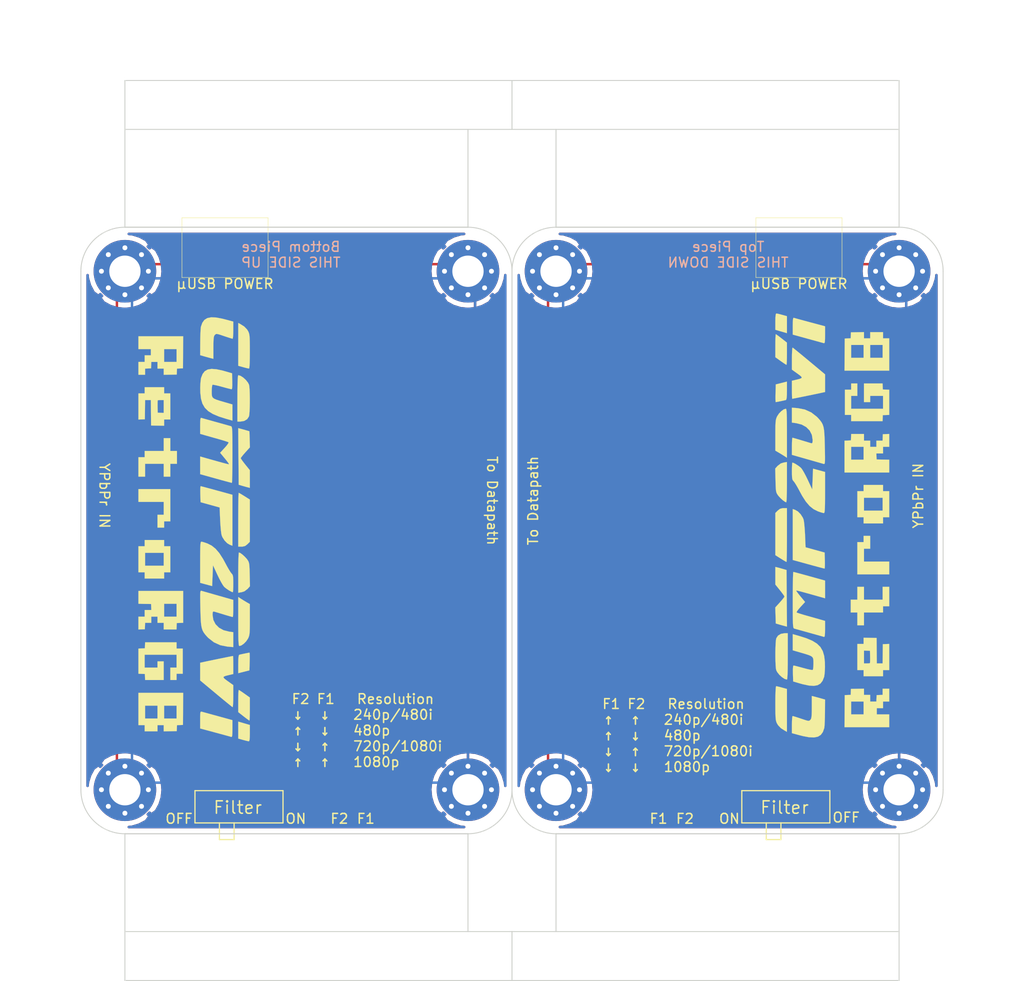
<source format=kicad_pcb>
(kicad_pcb (version 20171130) (host pcbnew "(5.1.0)-1")

  (general
    (thickness 1.6)
    (drawings 77)
    (tracks 52)
    (zones 0)
    (modules 16)
    (nets 2)
  )

  (page A4)
  (layers
    (0 F.Cu signal)
    (31 B.Cu signal)
    (32 B.Adhes user)
    (33 F.Adhes user)
    (34 B.Paste user)
    (35 F.Paste user)
    (36 B.SilkS user)
    (37 F.SilkS user)
    (38 B.Mask user)
    (39 F.Mask user)
    (40 Dwgs.User user)
    (41 Cmts.User user)
    (42 Eco1.User user)
    (43 Eco2.User user)
    (44 Edge.Cuts user)
    (45 Margin user)
    (46 B.CrtYd user)
    (47 F.CrtYd user)
    (48 B.Fab user)
    (49 F.Fab user)
  )

  (setup
    (last_trace_width 0.25)
    (trace_clearance 0.2)
    (zone_clearance 0.508)
    (zone_45_only no)
    (trace_min 0.2)
    (via_size 0.8)
    (via_drill 0.4)
    (via_min_size 0.4)
    (via_min_drill 0.3)
    (uvia_size 0.3)
    (uvia_drill 0.1)
    (uvias_allowed no)
    (uvia_min_size 0.2)
    (uvia_min_drill 0.1)
    (edge_width 0.1)
    (segment_width 0.2)
    (pcb_text_width 0.3)
    (pcb_text_size 1.5 1.5)
    (mod_edge_width 0.15)
    (mod_text_size 1 1)
    (mod_text_width 0.15)
    (pad_size 6.4 6.4)
    (pad_drill 3.2)
    (pad_to_mask_clearance 0)
    (aux_axis_origin 86.5505 92.7735)
    (visible_elements 7FFFFFFF)
    (pcbplotparams
      (layerselection 0x012f0_ffffffff)
      (usegerberextensions true)
      (usegerberattributes false)
      (usegerberadvancedattributes false)
      (creategerberjobfile false)
      (excludeedgelayer true)
      (linewidth 0.100000)
      (plotframeref false)
      (viasonmask false)
      (mode 1)
      (useauxorigin true)
      (hpglpennumber 1)
      (hpglpenspeed 20)
      (hpglpendiameter 15.000000)
      (psnegative false)
      (psa4output false)
      (plotreference true)
      (plotvalue true)
      (plotinvisibletext false)
      (padsonsilk false)
      (subtractmaskfromsilk false)
      (outputformat 1)
      (mirror false)
      (drillshape 0)
      (scaleselection 1)
      (outputdirectory "Gerbers/Case Gerbers/"))
  )

  (net 0 "")
  (net 1 GND)

  (net_class Default "This is the default net class."
    (clearance 0.2)
    (trace_width 0.25)
    (via_dia 0.8)
    (via_drill 0.4)
    (uvia_dia 0.3)
    (uvia_drill 0.1)
    (add_net GND)
  )

  (module "retrorgb logo:comp2dvi" (layer F.Cu) (tedit 0) (tstamp 5CE9367A)
    (at 80.391 91.821 270)
    (fp_text reference G*** (at 0 0 270) (layer F.SilkS) hide
      (effects (font (size 1.524 1.524) (thickness 0.3)))
    )
    (fp_text value LOGO (at 0.75 0 270) (layer F.SilkS) hide
      (effects (font (size 1.524 1.524) (thickness 0.3)))
    )
    (fp_poly (pts (xy -19.988032 -0.840488) (xy -19.698626 -0.82379) (xy -19.517269 -0.799337) (xy -19.473333 -0.777883)
      (xy -19.498917 -0.672199) (xy -19.567542 -0.44581) (xy -19.667016 -0.138082) (xy -19.727333 0.042333)
      (xy -19.853789 0.417886) (xy -19.9314 0.666394) (xy -19.964217 0.821673) (xy -19.956289 0.917537)
      (xy -19.911667 0.987803) (xy -19.848286 1.052285) (xy -19.761561 1.108147) (xy -19.614132 1.146513)
      (xy -19.378419 1.170251) (xy -19.026843 1.18223) (xy -18.569107 1.185333) (xy -17.422976 1.185333)
      (xy -17.479861 1.418166) (xy -17.53652 1.635592) (xy -17.617514 1.930197) (xy -17.664381 2.0955)
      (xy -17.792016 2.54) (xy -19.119508 2.531333) (xy -19.597255 2.52447) (xy -20.03314 2.511308)
      (xy -20.390761 2.493457) (xy -20.63372 2.472527) (xy -20.701 2.461368) (xy -21.107159 2.318746)
      (xy -21.400455 2.10586) (xy -21.584954 1.809287) (xy -21.664721 1.415607) (xy -21.643823 0.911397)
      (xy -21.526327 0.283235) (xy -21.450942 -0.014125) (xy -21.227216 -0.846667) (xy -20.350275 -0.846667)
      (xy -19.988032 -0.840488)) (layer F.SilkS) (width 0.01))
    (fp_poly (pts (xy -11.277219 -0.148167) (xy -11.519668 0.621584) (xy -11.779133 1.236995) (xy -12.07342 1.713057)
      (xy -12.420334 2.064759) (xy -12.837681 2.307094) (xy -13.343265 2.455052) (xy -13.954893 2.523624)
      (xy -14.461001 2.532364) (xy -14.83724 2.519274) (xy -15.183209 2.491276) (xy -15.437822 2.453743)
      (xy -15.483873 2.442416) (xy -15.875047 2.286876) (xy -16.154135 2.068443) (xy -16.325016 1.772427)
      (xy -16.39157 1.38414) (xy -16.357676 0.88889) (xy -16.227213 0.271988) (xy -16.140052 -0.042334)
      (xy -15.941688 -0.719667) (xy -15.125177 -0.7439) (xy -14.71363 -0.747408) (xy -14.43876 -0.730441)
      (xy -14.314557 -0.69407) (xy -14.308667 -0.681291) (xy -14.330435 -0.568606) (xy -14.389405 -0.330268)
      (xy -14.476073 -0.003388) (xy -14.561393 0.305588) (xy -14.65949 0.675373) (xy -14.731108 0.985785)
      (xy -14.768543 1.200503) (xy -14.768063 1.280146) (xy -14.666843 1.316209) (xy -14.442121 1.342671)
      (xy -14.139667 1.354472) (xy -14.094178 1.354666) (xy -13.822781 1.352623) (xy -13.623356 1.33088)
      (xy -13.475987 1.266016) (xy -13.360753 1.134612) (xy -13.257738 0.913247) (xy -13.147023 0.5785)
      (xy -13.008691 0.106951) (xy -12.996091 0.0635) (xy -12.756613 -0.762) (xy -11.930497 -0.762001)
      (xy -11.104381 -0.762001) (xy -11.277219 -0.148167)) (layer F.SilkS) (width 0.01))
    (fp_poly (pts (xy -6.935969 -0.760348) (xy -6.314731 -0.755652) (xy -5.77004 -0.74831) (xy -5.321355 -0.738715)
      (xy -4.988134 -0.727263) (xy -4.789836 -0.714348) (xy -4.741333 -0.703681) (xy -4.763047 -0.607667)
      (xy -4.82355 -0.374527) (xy -4.915885 -0.030171) (xy -5.033098 0.39949) (xy -5.168231 0.888544)
      (xy -5.184577 0.947319) (xy -5.627821 2.54) (xy -7.437619 2.54) (xy -7.27625 1.9685)
      (xy -7.07972 1.2708) (xy -6.925731 0.719704) (xy -6.810028 0.299074) (xy -6.728354 -0.007224)
      (xy -6.676454 -0.215328) (xy -6.650071 -0.341371) (xy -6.644951 -0.401491) (xy -6.648539 -0.411428)
      (xy -6.723005 -0.375554) (xy -6.895071 -0.252687) (xy -7.133508 -0.06573) (xy -7.248689 0.028683)
      (xy -7.817126 0.500508) (xy -8.322342 0.032767) (xy -8.561883 -0.174893) (xy -8.755987 -0.31705)
      (xy -8.872107 -0.370752) (xy -8.887353 -0.365654) (xy -8.932482 -0.260995) (xy -9.010873 -0.027686)
      (xy -9.111415 0.299505) (xy -9.220621 0.677333) (xy -9.342826 1.111673) (xy -9.462166 1.534521)
      (xy -9.56338 1.891869) (xy -9.621388 2.0955) (xy -9.748682 2.54) (xy -10.586684 2.54)
      (xy -10.98761 2.534561) (xy -11.240522 2.516392) (xy -11.366448 2.482716) (xy -11.387728 2.434166)
      (xy -11.353777 2.320772) (xy -11.283 2.073293) (xy -11.183624 1.720873) (xy -11.063876 1.292655)
      (xy -10.963442 0.931333) (xy -10.832812 0.460863) (xy -10.715622 0.040076) (xy -10.620328 -0.300761)
      (xy -10.555389 -0.531381) (xy -10.531685 -0.613834) (xy -10.509654 -0.653827) (xy -10.458817 -0.685935)
      (xy -10.362275 -0.711014) (xy -10.203132 -0.729923) (xy -9.964487 -0.743521) (xy -9.629444 -0.752665)
      (xy -9.181105 -0.758214) (xy -8.602571 -0.761025) (xy -7.876944 -0.761959) (xy -7.614295 -0.762)
      (xy -6.935969 -0.760348)) (layer F.SilkS) (width 0.01))
    (fp_poly (pts (xy 1.596733 -0.51016) (xy 1.426879 -0.22426) (xy 1.145728 0.05039) (xy 0.807459 0.266612)
      (xy 0.616147 0.343705) (xy 0.417055 0.382806) (xy 0.088849 0.422557) (xy -0.328311 0.459076)
      (xy -0.794266 0.488481) (xy -0.964179 0.496491) (xy -2.224691 0.550333) (xy -2.494122 1.524)
      (xy -2.763552 2.497666) (xy -3.583109 2.521899) (xy -3.932142 2.526859) (xy -4.207204 2.520568)
      (xy -4.371917 2.504433) (xy -4.402667 2.490187) (xy -4.381199 2.394882) (xy -4.321375 2.162241)
      (xy -4.230061 1.818112) (xy -4.114125 1.388341) (xy -3.980433 0.898776) (xy -3.963216 0.836121)
      (xy -3.523764 -0.762) (xy -0.91962 -0.762001) (xy 1.684525 -0.762001) (xy 1.596733 -0.51016)) (layer F.SilkS) (width 0.01))
    (fp_poly (pts (xy 5.920808 -0.842556) (xy 6.209961 -0.831447) (xy 6.391009 -0.815181) (xy 6.434667 -0.800961)
      (xy 6.386544 -0.652861) (xy 6.264989 -0.428715) (xy 6.104222 -0.183184) (xy 5.938461 0.029069)
      (xy 5.870921 0.099573) (xy 5.700639 0.223225) (xy 5.415007 0.392272) (xy 5.053899 0.584439)
      (xy 4.658371 0.776906) (xy 3.686409 1.227666) (xy 4.748898 1.27) (xy 5.811387 1.312333)
      (xy 5.644629 1.926166) (xy 5.477871 2.54) (xy 3.373935 2.54) (xy 2.712994 2.538758)
      (xy 2.202943 2.534309) (xy 1.825352 2.52557) (xy 1.561793 2.511454) (xy 1.393834 2.490878)
      (xy 1.303046 2.462757) (xy 1.270999 2.426005) (xy 1.27 2.416176) (xy 1.298328 2.274382)
      (xy 1.371789 2.033116) (xy 1.452354 1.804966) (xy 1.67294 1.363524) (xy 1.998101 0.95963)
      (xy 2.445639 0.576905) (xy 3.033355 0.198971) (xy 3.434503 -0.018834) (xy 3.810074 -0.219906)
      (xy 4.141117 -0.410435) (xy 4.391923 -0.568992) (xy 4.526782 -0.674148) (xy 4.527125 -0.674525)
      (xy 4.616804 -0.75324) (xy 4.738301 -0.80378) (xy 4.927707 -0.832169) (xy 5.221114 -0.844427)
      (xy 5.558789 -0.846667) (xy 5.920808 -0.842556)) (layer F.SilkS) (width 0.01))
    (fp_poly (pts (xy 8.460381 -0.841802) (xy 8.749665 -0.828658) (xy 8.930869 -0.809409) (xy 8.974667 -0.792552)
      (xy 8.951496 -0.69386) (xy 8.888862 -0.469495) (xy 8.797084 -0.155633) (xy 8.715065 0.117615)
      (xy 8.602994 0.487928) (xy 8.50641 0.808452) (xy 8.437797 1.037678) (xy 8.413026 1.121833)
      (xy 8.411554 1.21294) (xy 8.500139 1.257089) (xy 8.715368 1.269834) (xy 8.761499 1.27)
      (xy 9.268137 1.19191) (xy 9.70771 0.968209) (xy 10.064175 0.61475) (xy 10.32149 0.147385)
      (xy 10.462695 -0.411051) (xy 10.520482 -0.846667) (xy 12.047226 -0.846667) (xy 11.996165 -0.237606)
      (xy 11.854407 0.480335) (xy 11.558254 1.131506) (xy 11.113387 1.704355) (xy 10.97542 1.837802)
      (xy 10.754001 2.031771) (xy 10.548736 2.182516) (xy 10.33392 2.296028) (xy 10.083847 2.378298)
      (xy 9.772811 2.435318) (xy 9.375105 2.473079) (xy 8.865023 2.497573) (xy 8.216859 2.51479)
      (xy 8.056452 2.51813) (xy 7.459902 2.529551) (xy 7.012143 2.535418) (xy 6.692685 2.534346)
      (xy 6.481038 2.524951) (xy 6.356711 2.505851) (xy 6.299214 2.47566) (xy 6.288055 2.432996)
      (xy 6.295558 2.399213) (xy 6.332637 2.271239) (xy 6.407895 2.008893) (xy 6.513181 1.640675)
      (xy 6.640348 1.195086) (xy 6.781245 0.700627) (xy 6.781851 0.6985) (xy 7.221822 -0.846667)
      (xy 8.098244 -0.846667) (xy 8.460381 -0.841802)) (layer F.SilkS) (width 0.01))
    (fp_poly (pts (xy 14.903786 -0.402167) (xy 14.990032 -0.058655) (xy 15.066825 0.125537) (xy 15.159397 0.155087)
      (xy 15.292982 0.034674) (xy 15.492811 -0.231024) (xy 15.531908 -0.285713) (xy 15.932197 -0.846667)
      (xy 17.074821 -0.846667) (xy 17.489527 -0.841807) (xy 17.832809 -0.828479) (xy 18.074825 -0.808563)
      (xy 18.185731 -0.783941) (xy 18.189222 -0.776453) (xy 18.129297 -0.694582) (xy 17.97563 -0.5013)
      (xy 17.74322 -0.214998) (xy 17.44707 0.145932) (xy 17.102181 0.563101) (xy 16.808 0.916881)
      (xy 15.455 2.54) (xy 13.645365 2.54) (xy 13.548374 2.0955) (xy 13.49622 1.851356)
      (xy 13.425191 1.511869) (xy 13.34189 1.109394) (xy 13.25292 0.676289) (xy 13.164881 0.244909)
      (xy 13.084376 -0.152388) (xy 13.018007 -0.483246) (xy 12.972376 -0.715308) (xy 12.954086 -0.816217)
      (xy 12.954 -0.817543) (xy 13.032942 -0.829296) (xy 13.246882 -0.838778) (xy 13.561488 -0.844905)
      (xy 13.876888 -0.846667) (xy 14.799777 -0.846667) (xy 14.903786 -0.402167)) (layer F.SilkS) (width 0.01))
    (fp_poly (pts (xy 20.803687 -0.756878) (xy 21.067402 -0.73976) (xy 21.203733 -0.708024) (xy 21.233525 -0.659046)
      (xy 21.232616 -0.656167) (xy 21.19988 -0.544118) (xy 21.130953 -0.296027) (xy 21.033374 0.060558)
      (xy 20.914679 0.498091) (xy 20.782408 0.989023) (xy 20.780847 0.994833) (xy 20.365913 2.54)
      (xy 19.486415 2.54) (xy 19.092442 2.53752) (xy 18.839603 2.526767) (xy 18.699732 2.502769)
      (xy 18.644661 2.460552) (xy 18.646224 2.395144) (xy 18.647104 2.391833) (xy 18.68169 2.265436)
      (xy 18.753251 2.004701) (xy 18.853839 1.638558) (xy 18.975508 1.195936) (xy 19.100663 0.740833)
      (xy 19.514034 -0.762) (xy 20.391742 -0.762) (xy 20.803687 -0.756878)) (layer F.SilkS) (width 0.01))
    (fp_poly (pts (xy -12.924562 -2.537001) (xy -12.4549 -2.527537) (xy -12.040162 -2.509216) (xy -11.717682 -2.482082)
      (xy -11.524796 -2.446178) (xy -11.524729 -2.446155) (xy -11.251746 -2.266277) (xy -11.072685 -1.966844)
      (xy -11.006702 -1.580234) (xy -11.006667 -1.570538) (xy -11.006667 -1.27) (xy -13.377333 -1.27)
      (xy -14.178894 -1.272975) (xy -14.813304 -1.281949) (xy -15.28264 -1.297001) (xy -15.588981 -1.318209)
      (xy -15.734405 -1.345651) (xy -15.748 -1.358872) (xy -15.681146 -1.589572) (xy -15.506564 -1.860461)
      (xy -15.263227 -2.127152) (xy -14.99011 -2.345259) (xy -14.789988 -2.449947) (xy -14.605738 -2.485419)
      (xy -14.289735 -2.511817) (xy -13.879314 -2.529184) (xy -13.411811 -2.537564) (xy -12.924562 -2.537001)) (layer F.SilkS) (width 0.01))
    (fp_poly (pts (xy -17.516709 -2.535876) (xy -17.012955 -2.523729) (xy -16.659973 -2.503898) (xy -16.464627 -2.476723)
      (xy -16.425333 -2.454056) (xy -16.446692 -2.331877) (xy -16.502201 -2.101077) (xy -16.566215 -1.861389)
      (xy -16.707096 -1.354667) (xy -21.087958 -1.354667) (xy -20.988308 -1.545167) (xy -20.719402 -1.969507)
      (xy -20.417296 -2.260105) (xy -20.231576 -2.372584) (xy -20.105077 -2.429738) (xy -19.963656 -2.472303)
      (xy -19.781316 -2.502386) (xy -19.532059 -2.522091) (xy -19.189889 -2.533524) (xy -18.728808 -2.538791)
      (xy -18.164373 -2.54) (xy -17.516709 -2.535876)) (layer F.SilkS) (width 0.01))
    (fp_poly (pts (xy -7.855169 -2.077453) (xy -7.607515 -1.86103) (xy -7.404197 -1.697493) (xy -7.279594 -1.614031)
      (xy -7.262389 -1.608667) (xy -7.166862 -1.658696) (xy -6.975725 -1.792301) (xy -6.723545 -1.984762)
      (xy -6.611287 -2.074334) (xy -6.03494 -2.54) (xy -4.230107 -2.54) (xy -4.284627 -2.322775)
      (xy -4.344124 -2.100353) (xy -4.423567 -1.820129) (xy -4.443728 -1.751275) (xy -4.548309 -1.397)
      (xy -10.333119 -1.35244) (xy -10.278319 -1.570778) (xy -10.218646 -1.794043) (xy -10.139164 -2.07478)
      (xy -10.119103 -2.143392) (xy -10.014687 -2.497667) (xy -9.19394 -2.521953) (xy -8.373194 -2.546238)
      (xy -7.855169 -2.077453)) (layer F.SilkS) (width 0.01))
    (fp_poly (pts (xy 1.530513 -2.292513) (xy 1.709906 -2.060741) (xy 1.774822 -1.801232) (xy 1.778 -1.699847)
      (xy 1.778 -1.354667) (xy -0.973667 -1.354667) (xy -1.636979 -1.35598) (xy -2.242778 -1.359705)
      (xy -2.771182 -1.365521) (xy -3.202307 -1.373107) (xy -3.51627 -1.382142) (xy -3.693188 -1.392306)
      (xy -3.725333 -1.399076) (xy -3.683252 -1.486861) (xy -3.571874 -1.678899) (xy -3.413498 -1.937022)
      (xy -3.379077 -1.991742) (xy -3.032821 -2.54) (xy 1.283025 -2.54) (xy 1.530513 -2.292513)) (layer F.SilkS) (width 0.01))
    (fp_poly (pts (xy 6.09576 -2.310879) (xy 6.343591 -1.987535) (xy 6.431235 -1.7121) (xy 6.496596 -1.354667)
      (xy 4.433631 -1.354667) (xy 3.862783 -1.35734) (xy 3.352526 -1.364853) (xy 2.925823 -1.376447)
      (xy 2.605637 -1.391362) (xy 2.41493 -1.408839) (xy 2.370667 -1.422885) (xy 2.42894 -1.563935)
      (xy 2.578716 -1.77046) (xy 2.782429 -1.998321) (xy 3.002516 -2.203379) (xy 3.097445 -2.276853)
      (xy 3.229335 -2.3643) (xy 3.360315 -2.425982) (xy 3.523468 -2.467303) (xy 3.751875 -2.493666)
      (xy 4.078616 -2.510472) (xy 4.536773 -2.523125) (xy 4.616537 -2.524946) (xy 5.825647 -2.552224)
      (xy 6.09576 -2.310879)) (layer F.SilkS) (width 0.01))
    (fp_poly (pts (xy 9.786965 -2.538688) (xy 10.206946 -2.532887) (xy 10.514916 -2.519802) (xy 10.739534 -2.496634)
      (xy 10.909456 -2.460589) (xy 11.053339 -2.408869) (xy 11.178543 -2.3495) (xy 11.449699 -2.168548)
      (xy 11.693264 -1.930997) (xy 11.869331 -1.683107) (xy 11.937991 -1.471142) (xy 11.938 -1.469146)
      (xy 11.911043 -1.435506) (xy 11.819455 -1.408867) (xy 11.647161 -1.388494) (xy 11.378086 -1.373652)
      (xy 10.996154 -1.363608) (xy 10.485289 -1.357627) (xy 9.829416 -1.354975) (xy 9.432019 -1.354667)
      (xy 6.926038 -1.354667) (xy 7.105368 -1.629834) (xy 7.270906 -1.893056) (xy 7.443987 -2.181269)
      (xy 7.467939 -2.2225) (xy 7.651181 -2.54) (xy 9.226317 -2.54) (xy 9.786965 -2.538688)) (layer F.SilkS) (width 0.01))
    (fp_poly (pts (xy 13.520265 -2.521698) (xy 14.425197 -2.497667) (xy 14.713335 -1.354667) (xy 13.788677 -1.354667)
      (xy 13.338305 -1.361318) (xy 13.039583 -1.382536) (xy 12.8753 -1.420221) (xy 12.829941 -1.4605)
      (xy 12.796605 -1.592804) (xy 12.746489 -1.820413) (xy 12.691831 -2.083787) (xy 12.644867 -2.323384)
      (xy 12.617834 -2.479663) (xy 12.615333 -2.504699) (xy 12.69417 -2.519308) (xy 12.90759 -2.527067)
      (xy 13.220955 -2.527326) (xy 13.520265 -2.521698)) (layer F.SilkS) (width 0.01))
    (fp_poly (pts (xy 18.804676 -2.537017) (xy 19.161236 -2.528826) (xy 19.419392 -2.516565) (xy 19.548753 -2.501376)
      (xy 19.558 -2.49585) (xy 19.509236 -2.413463) (xy 19.379486 -2.232971) (xy 19.193557 -1.988484)
      (xy 19.126938 -1.903183) (xy 18.695876 -1.354667) (xy 17.560605 -1.354667) (xy 17.144313 -1.358052)
      (xy 16.796603 -1.367327) (xy 16.548428 -1.381174) (xy 16.430741 -1.398277) (xy 16.425333 -1.402995)
      (xy 16.47118 -1.489951) (xy 16.59279 -1.677353) (xy 16.766271 -1.928743) (xy 16.813765 -1.995662)
      (xy 17.202197 -2.54) (xy 18.380098 -2.54) (xy 18.804676 -2.537017)) (layer F.SilkS) (width 0.01))
    (fp_poly (pts (xy 21.265884 -2.5323) (xy 21.534783 -2.508156) (xy 21.660967 -2.466006) (xy 21.674667 -2.439722)
      (xy 21.653008 -2.308793) (xy 21.59689 -2.072396) (xy 21.53651 -1.847055) (xy 21.398353 -1.354667)
      (xy 19.662136 -1.354667) (xy 19.835024 -1.947334) (xy 20.007913 -2.54) (xy 20.84129 -2.54)
      (xy 21.265884 -2.5323)) (layer F.SilkS) (width 0.01))
  )

  (module "retrorgb logo:comp2dvi" (layer F.Cu) (tedit 0) (tstamp 5CE935CB)
    (at 139.188 91.44 90)
    (fp_text reference G*** (at 0 0 90) (layer F.SilkS) hide
      (effects (font (size 1.524 1.524) (thickness 0.3)))
    )
    (fp_text value LOGO (at 0.75 0 90) (layer F.SilkS) hide
      (effects (font (size 1.524 1.524) (thickness 0.3)))
    )
    (fp_poly (pts (xy 21.265884 -2.5323) (xy 21.534783 -2.508156) (xy 21.660967 -2.466006) (xy 21.674667 -2.439722)
      (xy 21.653008 -2.308793) (xy 21.59689 -2.072396) (xy 21.53651 -1.847055) (xy 21.398353 -1.354667)
      (xy 19.662136 -1.354667) (xy 19.835024 -1.947334) (xy 20.007913 -2.54) (xy 20.84129 -2.54)
      (xy 21.265884 -2.5323)) (layer F.SilkS) (width 0.01))
    (fp_poly (pts (xy 18.804676 -2.537017) (xy 19.161236 -2.528826) (xy 19.419392 -2.516565) (xy 19.548753 -2.501376)
      (xy 19.558 -2.49585) (xy 19.509236 -2.413463) (xy 19.379486 -2.232971) (xy 19.193557 -1.988484)
      (xy 19.126938 -1.903183) (xy 18.695876 -1.354667) (xy 17.560605 -1.354667) (xy 17.144313 -1.358052)
      (xy 16.796603 -1.367327) (xy 16.548428 -1.381174) (xy 16.430741 -1.398277) (xy 16.425333 -1.402995)
      (xy 16.47118 -1.489951) (xy 16.59279 -1.677353) (xy 16.766271 -1.928743) (xy 16.813765 -1.995662)
      (xy 17.202197 -2.54) (xy 18.380098 -2.54) (xy 18.804676 -2.537017)) (layer F.SilkS) (width 0.01))
    (fp_poly (pts (xy 13.520265 -2.521698) (xy 14.425197 -2.497667) (xy 14.713335 -1.354667) (xy 13.788677 -1.354667)
      (xy 13.338305 -1.361318) (xy 13.039583 -1.382536) (xy 12.8753 -1.420221) (xy 12.829941 -1.4605)
      (xy 12.796605 -1.592804) (xy 12.746489 -1.820413) (xy 12.691831 -2.083787) (xy 12.644867 -2.323384)
      (xy 12.617834 -2.479663) (xy 12.615333 -2.504699) (xy 12.69417 -2.519308) (xy 12.90759 -2.527067)
      (xy 13.220955 -2.527326) (xy 13.520265 -2.521698)) (layer F.SilkS) (width 0.01))
    (fp_poly (pts (xy 9.786965 -2.538688) (xy 10.206946 -2.532887) (xy 10.514916 -2.519802) (xy 10.739534 -2.496634)
      (xy 10.909456 -2.460589) (xy 11.053339 -2.408869) (xy 11.178543 -2.3495) (xy 11.449699 -2.168548)
      (xy 11.693264 -1.930997) (xy 11.869331 -1.683107) (xy 11.937991 -1.471142) (xy 11.938 -1.469146)
      (xy 11.911043 -1.435506) (xy 11.819455 -1.408867) (xy 11.647161 -1.388494) (xy 11.378086 -1.373652)
      (xy 10.996154 -1.363608) (xy 10.485289 -1.357627) (xy 9.829416 -1.354975) (xy 9.432019 -1.354667)
      (xy 6.926038 -1.354667) (xy 7.105368 -1.629834) (xy 7.270906 -1.893056) (xy 7.443987 -2.181269)
      (xy 7.467939 -2.2225) (xy 7.651181 -2.54) (xy 9.226317 -2.54) (xy 9.786965 -2.538688)) (layer F.SilkS) (width 0.01))
    (fp_poly (pts (xy 6.09576 -2.310879) (xy 6.343591 -1.987535) (xy 6.431235 -1.7121) (xy 6.496596 -1.354667)
      (xy 4.433631 -1.354667) (xy 3.862783 -1.35734) (xy 3.352526 -1.364853) (xy 2.925823 -1.376447)
      (xy 2.605637 -1.391362) (xy 2.41493 -1.408839) (xy 2.370667 -1.422885) (xy 2.42894 -1.563935)
      (xy 2.578716 -1.77046) (xy 2.782429 -1.998321) (xy 3.002516 -2.203379) (xy 3.097445 -2.276853)
      (xy 3.229335 -2.3643) (xy 3.360315 -2.425982) (xy 3.523468 -2.467303) (xy 3.751875 -2.493666)
      (xy 4.078616 -2.510472) (xy 4.536773 -2.523125) (xy 4.616537 -2.524946) (xy 5.825647 -2.552224)
      (xy 6.09576 -2.310879)) (layer F.SilkS) (width 0.01))
    (fp_poly (pts (xy 1.530513 -2.292513) (xy 1.709906 -2.060741) (xy 1.774822 -1.801232) (xy 1.778 -1.699847)
      (xy 1.778 -1.354667) (xy -0.973667 -1.354667) (xy -1.636979 -1.35598) (xy -2.242778 -1.359705)
      (xy -2.771182 -1.365521) (xy -3.202307 -1.373107) (xy -3.51627 -1.382142) (xy -3.693188 -1.392306)
      (xy -3.725333 -1.399076) (xy -3.683252 -1.486861) (xy -3.571874 -1.678899) (xy -3.413498 -1.937022)
      (xy -3.379077 -1.991742) (xy -3.032821 -2.54) (xy 1.283025 -2.54) (xy 1.530513 -2.292513)) (layer F.SilkS) (width 0.01))
    (fp_poly (pts (xy -7.855169 -2.077453) (xy -7.607515 -1.86103) (xy -7.404197 -1.697493) (xy -7.279594 -1.614031)
      (xy -7.262389 -1.608667) (xy -7.166862 -1.658696) (xy -6.975725 -1.792301) (xy -6.723545 -1.984762)
      (xy -6.611287 -2.074334) (xy -6.03494 -2.54) (xy -4.230107 -2.54) (xy -4.284627 -2.322775)
      (xy -4.344124 -2.100353) (xy -4.423567 -1.820129) (xy -4.443728 -1.751275) (xy -4.548309 -1.397)
      (xy -10.333119 -1.35244) (xy -10.278319 -1.570778) (xy -10.218646 -1.794043) (xy -10.139164 -2.07478)
      (xy -10.119103 -2.143392) (xy -10.014687 -2.497667) (xy -9.19394 -2.521953) (xy -8.373194 -2.546238)
      (xy -7.855169 -2.077453)) (layer F.SilkS) (width 0.01))
    (fp_poly (pts (xy -17.516709 -2.535876) (xy -17.012955 -2.523729) (xy -16.659973 -2.503898) (xy -16.464627 -2.476723)
      (xy -16.425333 -2.454056) (xy -16.446692 -2.331877) (xy -16.502201 -2.101077) (xy -16.566215 -1.861389)
      (xy -16.707096 -1.354667) (xy -21.087958 -1.354667) (xy -20.988308 -1.545167) (xy -20.719402 -1.969507)
      (xy -20.417296 -2.260105) (xy -20.231576 -2.372584) (xy -20.105077 -2.429738) (xy -19.963656 -2.472303)
      (xy -19.781316 -2.502386) (xy -19.532059 -2.522091) (xy -19.189889 -2.533524) (xy -18.728808 -2.538791)
      (xy -18.164373 -2.54) (xy -17.516709 -2.535876)) (layer F.SilkS) (width 0.01))
    (fp_poly (pts (xy -12.924562 -2.537001) (xy -12.4549 -2.527537) (xy -12.040162 -2.509216) (xy -11.717682 -2.482082)
      (xy -11.524796 -2.446178) (xy -11.524729 -2.446155) (xy -11.251746 -2.266277) (xy -11.072685 -1.966844)
      (xy -11.006702 -1.580234) (xy -11.006667 -1.570538) (xy -11.006667 -1.27) (xy -13.377333 -1.27)
      (xy -14.178894 -1.272975) (xy -14.813304 -1.281949) (xy -15.28264 -1.297001) (xy -15.588981 -1.318209)
      (xy -15.734405 -1.345651) (xy -15.748 -1.358872) (xy -15.681146 -1.589572) (xy -15.506564 -1.860461)
      (xy -15.263227 -2.127152) (xy -14.99011 -2.345259) (xy -14.789988 -2.449947) (xy -14.605738 -2.485419)
      (xy -14.289735 -2.511817) (xy -13.879314 -2.529184) (xy -13.411811 -2.537564) (xy -12.924562 -2.537001)) (layer F.SilkS) (width 0.01))
    (fp_poly (pts (xy 20.803687 -0.756878) (xy 21.067402 -0.73976) (xy 21.203733 -0.708024) (xy 21.233525 -0.659046)
      (xy 21.232616 -0.656167) (xy 21.19988 -0.544118) (xy 21.130953 -0.296027) (xy 21.033374 0.060558)
      (xy 20.914679 0.498091) (xy 20.782408 0.989023) (xy 20.780847 0.994833) (xy 20.365913 2.54)
      (xy 19.486415 2.54) (xy 19.092442 2.53752) (xy 18.839603 2.526767) (xy 18.699732 2.502769)
      (xy 18.644661 2.460552) (xy 18.646224 2.395144) (xy 18.647104 2.391833) (xy 18.68169 2.265436)
      (xy 18.753251 2.004701) (xy 18.853839 1.638558) (xy 18.975508 1.195936) (xy 19.100663 0.740833)
      (xy 19.514034 -0.762) (xy 20.391742 -0.762) (xy 20.803687 -0.756878)) (layer F.SilkS) (width 0.01))
    (fp_poly (pts (xy 14.903786 -0.402167) (xy 14.990032 -0.058655) (xy 15.066825 0.125537) (xy 15.159397 0.155087)
      (xy 15.292982 0.034674) (xy 15.492811 -0.231024) (xy 15.531908 -0.285713) (xy 15.932197 -0.846667)
      (xy 17.074821 -0.846667) (xy 17.489527 -0.841807) (xy 17.832809 -0.828479) (xy 18.074825 -0.808563)
      (xy 18.185731 -0.783941) (xy 18.189222 -0.776453) (xy 18.129297 -0.694582) (xy 17.97563 -0.5013)
      (xy 17.74322 -0.214998) (xy 17.44707 0.145932) (xy 17.102181 0.563101) (xy 16.808 0.916881)
      (xy 15.455 2.54) (xy 13.645365 2.54) (xy 13.548374 2.0955) (xy 13.49622 1.851356)
      (xy 13.425191 1.511869) (xy 13.34189 1.109394) (xy 13.25292 0.676289) (xy 13.164881 0.244909)
      (xy 13.084376 -0.152388) (xy 13.018007 -0.483246) (xy 12.972376 -0.715308) (xy 12.954086 -0.816217)
      (xy 12.954 -0.817543) (xy 13.032942 -0.829296) (xy 13.246882 -0.838778) (xy 13.561488 -0.844905)
      (xy 13.876888 -0.846667) (xy 14.799777 -0.846667) (xy 14.903786 -0.402167)) (layer F.SilkS) (width 0.01))
    (fp_poly (pts (xy 8.460381 -0.841802) (xy 8.749665 -0.828658) (xy 8.930869 -0.809409) (xy 8.974667 -0.792552)
      (xy 8.951496 -0.69386) (xy 8.888862 -0.469495) (xy 8.797084 -0.155633) (xy 8.715065 0.117615)
      (xy 8.602994 0.487928) (xy 8.50641 0.808452) (xy 8.437797 1.037678) (xy 8.413026 1.121833)
      (xy 8.411554 1.21294) (xy 8.500139 1.257089) (xy 8.715368 1.269834) (xy 8.761499 1.27)
      (xy 9.268137 1.19191) (xy 9.70771 0.968209) (xy 10.064175 0.61475) (xy 10.32149 0.147385)
      (xy 10.462695 -0.411051) (xy 10.520482 -0.846667) (xy 12.047226 -0.846667) (xy 11.996165 -0.237606)
      (xy 11.854407 0.480335) (xy 11.558254 1.131506) (xy 11.113387 1.704355) (xy 10.97542 1.837802)
      (xy 10.754001 2.031771) (xy 10.548736 2.182516) (xy 10.33392 2.296028) (xy 10.083847 2.378298)
      (xy 9.772811 2.435318) (xy 9.375105 2.473079) (xy 8.865023 2.497573) (xy 8.216859 2.51479)
      (xy 8.056452 2.51813) (xy 7.459902 2.529551) (xy 7.012143 2.535418) (xy 6.692685 2.534346)
      (xy 6.481038 2.524951) (xy 6.356711 2.505851) (xy 6.299214 2.47566) (xy 6.288055 2.432996)
      (xy 6.295558 2.399213) (xy 6.332637 2.271239) (xy 6.407895 2.008893) (xy 6.513181 1.640675)
      (xy 6.640348 1.195086) (xy 6.781245 0.700627) (xy 6.781851 0.6985) (xy 7.221822 -0.846667)
      (xy 8.098244 -0.846667) (xy 8.460381 -0.841802)) (layer F.SilkS) (width 0.01))
    (fp_poly (pts (xy 5.920808 -0.842556) (xy 6.209961 -0.831447) (xy 6.391009 -0.815181) (xy 6.434667 -0.800961)
      (xy 6.386544 -0.652861) (xy 6.264989 -0.428715) (xy 6.104222 -0.183184) (xy 5.938461 0.029069)
      (xy 5.870921 0.099573) (xy 5.700639 0.223225) (xy 5.415007 0.392272) (xy 5.053899 0.584439)
      (xy 4.658371 0.776906) (xy 3.686409 1.227666) (xy 4.748898 1.27) (xy 5.811387 1.312333)
      (xy 5.644629 1.926166) (xy 5.477871 2.54) (xy 3.373935 2.54) (xy 2.712994 2.538758)
      (xy 2.202943 2.534309) (xy 1.825352 2.52557) (xy 1.561793 2.511454) (xy 1.393834 2.490878)
      (xy 1.303046 2.462757) (xy 1.270999 2.426005) (xy 1.27 2.416176) (xy 1.298328 2.274382)
      (xy 1.371789 2.033116) (xy 1.452354 1.804966) (xy 1.67294 1.363524) (xy 1.998101 0.95963)
      (xy 2.445639 0.576905) (xy 3.033355 0.198971) (xy 3.434503 -0.018834) (xy 3.810074 -0.219906)
      (xy 4.141117 -0.410435) (xy 4.391923 -0.568992) (xy 4.526782 -0.674148) (xy 4.527125 -0.674525)
      (xy 4.616804 -0.75324) (xy 4.738301 -0.80378) (xy 4.927707 -0.832169) (xy 5.221114 -0.844427)
      (xy 5.558789 -0.846667) (xy 5.920808 -0.842556)) (layer F.SilkS) (width 0.01))
    (fp_poly (pts (xy 1.596733 -0.51016) (xy 1.426879 -0.22426) (xy 1.145728 0.05039) (xy 0.807459 0.266612)
      (xy 0.616147 0.343705) (xy 0.417055 0.382806) (xy 0.088849 0.422557) (xy -0.328311 0.459076)
      (xy -0.794266 0.488481) (xy -0.964179 0.496491) (xy -2.224691 0.550333) (xy -2.494122 1.524)
      (xy -2.763552 2.497666) (xy -3.583109 2.521899) (xy -3.932142 2.526859) (xy -4.207204 2.520568)
      (xy -4.371917 2.504433) (xy -4.402667 2.490187) (xy -4.381199 2.394882) (xy -4.321375 2.162241)
      (xy -4.230061 1.818112) (xy -4.114125 1.388341) (xy -3.980433 0.898776) (xy -3.963216 0.836121)
      (xy -3.523764 -0.762) (xy -0.91962 -0.762001) (xy 1.684525 -0.762001) (xy 1.596733 -0.51016)) (layer F.SilkS) (width 0.01))
    (fp_poly (pts (xy -6.935969 -0.760348) (xy -6.314731 -0.755652) (xy -5.77004 -0.74831) (xy -5.321355 -0.738715)
      (xy -4.988134 -0.727263) (xy -4.789836 -0.714348) (xy -4.741333 -0.703681) (xy -4.763047 -0.607667)
      (xy -4.82355 -0.374527) (xy -4.915885 -0.030171) (xy -5.033098 0.39949) (xy -5.168231 0.888544)
      (xy -5.184577 0.947319) (xy -5.627821 2.54) (xy -7.437619 2.54) (xy -7.27625 1.9685)
      (xy -7.07972 1.2708) (xy -6.925731 0.719704) (xy -6.810028 0.299074) (xy -6.728354 -0.007224)
      (xy -6.676454 -0.215328) (xy -6.650071 -0.341371) (xy -6.644951 -0.401491) (xy -6.648539 -0.411428)
      (xy -6.723005 -0.375554) (xy -6.895071 -0.252687) (xy -7.133508 -0.06573) (xy -7.248689 0.028683)
      (xy -7.817126 0.500508) (xy -8.322342 0.032767) (xy -8.561883 -0.174893) (xy -8.755987 -0.31705)
      (xy -8.872107 -0.370752) (xy -8.887353 -0.365654) (xy -8.932482 -0.260995) (xy -9.010873 -0.027686)
      (xy -9.111415 0.299505) (xy -9.220621 0.677333) (xy -9.342826 1.111673) (xy -9.462166 1.534521)
      (xy -9.56338 1.891869) (xy -9.621388 2.0955) (xy -9.748682 2.54) (xy -10.586684 2.54)
      (xy -10.98761 2.534561) (xy -11.240522 2.516392) (xy -11.366448 2.482716) (xy -11.387728 2.434166)
      (xy -11.353777 2.320772) (xy -11.283 2.073293) (xy -11.183624 1.720873) (xy -11.063876 1.292655)
      (xy -10.963442 0.931333) (xy -10.832812 0.460863) (xy -10.715622 0.040076) (xy -10.620328 -0.300761)
      (xy -10.555389 -0.531381) (xy -10.531685 -0.613834) (xy -10.509654 -0.653827) (xy -10.458817 -0.685935)
      (xy -10.362275 -0.711014) (xy -10.203132 -0.729923) (xy -9.964487 -0.743521) (xy -9.629444 -0.752665)
      (xy -9.181105 -0.758214) (xy -8.602571 -0.761025) (xy -7.876944 -0.761959) (xy -7.614295 -0.762)
      (xy -6.935969 -0.760348)) (layer F.SilkS) (width 0.01))
    (fp_poly (pts (xy -11.277219 -0.148167) (xy -11.519668 0.621584) (xy -11.779133 1.236995) (xy -12.07342 1.713057)
      (xy -12.420334 2.064759) (xy -12.837681 2.307094) (xy -13.343265 2.455052) (xy -13.954893 2.523624)
      (xy -14.461001 2.532364) (xy -14.83724 2.519274) (xy -15.183209 2.491276) (xy -15.437822 2.453743)
      (xy -15.483873 2.442416) (xy -15.875047 2.286876) (xy -16.154135 2.068443) (xy -16.325016 1.772427)
      (xy -16.39157 1.38414) (xy -16.357676 0.88889) (xy -16.227213 0.271988) (xy -16.140052 -0.042334)
      (xy -15.941688 -0.719667) (xy -15.125177 -0.7439) (xy -14.71363 -0.747408) (xy -14.43876 -0.730441)
      (xy -14.314557 -0.69407) (xy -14.308667 -0.681291) (xy -14.330435 -0.568606) (xy -14.389405 -0.330268)
      (xy -14.476073 -0.003388) (xy -14.561393 0.305588) (xy -14.65949 0.675373) (xy -14.731108 0.985785)
      (xy -14.768543 1.200503) (xy -14.768063 1.280146) (xy -14.666843 1.316209) (xy -14.442121 1.342671)
      (xy -14.139667 1.354472) (xy -14.094178 1.354666) (xy -13.822781 1.352623) (xy -13.623356 1.33088)
      (xy -13.475987 1.266016) (xy -13.360753 1.134612) (xy -13.257738 0.913247) (xy -13.147023 0.5785)
      (xy -13.008691 0.106951) (xy -12.996091 0.0635) (xy -12.756613 -0.762) (xy -11.930497 -0.762001)
      (xy -11.104381 -0.762001) (xy -11.277219 -0.148167)) (layer F.SilkS) (width 0.01))
    (fp_poly (pts (xy -19.988032 -0.840488) (xy -19.698626 -0.82379) (xy -19.517269 -0.799337) (xy -19.473333 -0.777883)
      (xy -19.498917 -0.672199) (xy -19.567542 -0.44581) (xy -19.667016 -0.138082) (xy -19.727333 0.042333)
      (xy -19.853789 0.417886) (xy -19.9314 0.666394) (xy -19.964217 0.821673) (xy -19.956289 0.917537)
      (xy -19.911667 0.987803) (xy -19.848286 1.052285) (xy -19.761561 1.108147) (xy -19.614132 1.146513)
      (xy -19.378419 1.170251) (xy -19.026843 1.18223) (xy -18.569107 1.185333) (xy -17.422976 1.185333)
      (xy -17.479861 1.418166) (xy -17.53652 1.635592) (xy -17.617514 1.930197) (xy -17.664381 2.0955)
      (xy -17.792016 2.54) (xy -19.119508 2.531333) (xy -19.597255 2.52447) (xy -20.03314 2.511308)
      (xy -20.390761 2.493457) (xy -20.63372 2.472527) (xy -20.701 2.461368) (xy -21.107159 2.318746)
      (xy -21.400455 2.10586) (xy -21.584954 1.809287) (xy -21.664721 1.415607) (xy -21.643823 0.911397)
      (xy -21.526327 0.283235) (xy -21.450942 -0.014125) (xy -21.227216 -0.846667) (xy -20.350275 -0.846667)
      (xy -19.988032 -0.840488)) (layer F.SilkS) (width 0.01))
  )

  (module "retrorgb logo:retrorgb logo fsilk" (layer F.Cu) (tedit 0) (tstamp 5CE934C6)
    (at 74.168 92.202 270)
    (fp_text reference G*** (at 0 0 270) (layer F.SilkS) hide
      (effects (font (size 1.524 1.524) (thickness 0.3)))
    )
    (fp_text value LOGO (at 0.75 0 270) (layer F.SilkS) hide
      (effects (font (size 1.524 1.524) (thickness 0.3)))
    )
    (fp_poly (pts (xy -18.467917 -1.937247) (xy -16.8275 -1.926167) (xy -16.802698 -1.315969) (xy -16.1925 -1.291167)
      (xy -16.169184 0.042333) (xy -16.806333 0.042333) (xy -16.806333 0.677333) (xy -17.483667 0.677333)
      (xy -17.483667 1.308772) (xy -17.155583 1.321136) (xy -16.8275 1.3335) (xy -16.815062 1.640417)
      (xy -16.802624 1.947333) (xy -16.171333 1.947333) (xy -16.171333 2.624667) (xy -17.483667 2.624667)
      (xy -17.483667 1.989667) (xy -18.161 1.989667) (xy -18.161 1.354667) (xy -18.796 1.354667)
      (xy -18.796 2.624667) (xy -20.108333 2.624667) (xy -20.108333 -1.27) (xy -18.796 -1.27)
      (xy -18.796 0) (xy -17.483667 0) (xy -17.483667 -1.27) (xy -18.796 -1.27)
      (xy -20.108333 -1.27) (xy -20.108333 -1.948328) (xy -18.467917 -1.937247)) (layer F.SilkS) (width 0.01))
    (fp_poly (pts (xy -11.599333 0) (xy -10.962184 0) (xy -10.9855 1.3335) (xy -13.589 1.35589)
      (xy -13.589 1.945773) (xy -12.60475 1.957136) (xy -11.6205 1.9685) (xy -11.608136 2.296583)
      (xy -11.595772 2.624667) (xy -14.266333 2.624667) (xy -14.266333 1.989667) (xy -14.901333 1.989667)
      (xy -14.901333 0.042333) (xy -13.589 0.042333) (xy -13.589 0.331611) (xy -13.584992 0.481189)
      (xy -13.574484 0.595598) (xy -13.559746 0.650143) (xy -13.559693 0.650196) (xy -13.509048 0.659826)
      (xy -13.389574 0.666501) (xy -13.217072 0.669789) (xy -13.007341 0.669259) (xy -12.91411 0.667835)
      (xy -12.297833 0.656167) (xy -12.285396 0.34925) (xy -12.272958 0.042333) (xy -13.589 0.042333)
      (xy -14.901333 0.042333) (xy -14.901333 0) (xy -14.266333 0) (xy -14.266333 -0.635)
      (xy -11.599333 -0.635) (xy -11.599333 0)) (layer F.SilkS) (width 0.01))
    (fp_poly (pts (xy -7.069667 -0.635) (xy -5.757333 -0.635) (xy -5.757333 0.042333) (xy -7.069667 0.042333)
      (xy -7.069667 1.947333) (xy -5.757333 1.947333) (xy -5.757333 2.624667) (xy -7.747 2.624667)
      (xy -7.747 1.989667) (xy -8.382 1.989667) (xy -8.382 0.042333) (xy -9.694333 0.042333)
      (xy -9.694333 -0.635) (xy -8.382 -0.635) (xy -8.382 -1.312333) (xy -7.069667 -1.312333)
      (xy -7.069667 -0.635)) (layer F.SilkS) (width 0.01))
    (fp_poly (pts (xy -1.185333 0) (xy -0.550333 0) (xy -0.550333 0.677333) (xy -1.862667 0.677333)
      (xy -1.862667 0.042333) (xy -3.175 0.042333) (xy -3.175 2.624667) (xy -4.487333 2.624667)
      (xy -4.487333 -0.635) (xy -1.185333 -0.635) (xy -1.185333 0)) (layer F.SilkS) (width 0.01))
    (fp_poly (pts (xy 4.021667 0) (xy 4.656667 0) (xy 4.656667 1.989667) (xy 4.021667 1.989667)
      (xy 4.021667 2.624667) (xy 1.354667 2.624667) (xy 1.354667 1.989667) (xy 0.719667 1.989667)
      (xy 0.719667 0.042333) (xy 2.032 0.042333) (xy 2.032 1.947333) (xy 3.344333 1.947333)
      (xy 3.344333 0.042333) (xy 2.032 0.042333) (xy 0.719667 0.042333) (xy 0.719667 0)
      (xy 1.354667 0) (xy 1.354667 -0.635) (xy 4.021667 -0.635) (xy 4.021667 0)) (layer F.SilkS) (width 0.01))
    (fp_poly (pts (xy 9.2075 -1.291167) (xy 9.535583 -1.278803) (xy 9.863667 -1.266439) (xy 9.863667 0.042333)
      (xy 9.186333 0.042333) (xy 9.186333 0.677333) (xy 8.551333 0.677333) (xy 8.551333 1.312333)
      (xy 9.186333 1.312333) (xy 9.186333 1.943772) (xy 9.514417 1.956136) (xy 9.8425 1.9685)
      (xy 9.854864 2.296583) (xy 9.867228 2.624667) (xy 8.551333 2.624667) (xy 8.551333 1.989667)
      (xy 7.874 1.989667) (xy 7.874 1.308624) (xy 7.567083 1.321062) (xy 7.260167 1.3335)
      (xy 7.248481 1.979083) (xy 7.236795 2.624667) (xy 5.926667 2.624667) (xy 5.926667 -1.27)
      (xy 7.239 -1.27) (xy 7.239 0) (xy 8.551333 0) (xy 8.551333 -1.27)
      (xy 7.239 -1.27) (xy 5.926667 -1.27) (xy 5.926667 -1.947333) (xy 9.182772 -1.947333)
      (xy 9.2075 -1.291167)) (layer F.SilkS) (width 0.01))
    (fp_poly (pts (xy 14.393333 -1.27) (xy 15.028333 -1.27) (xy 15.028333 -0.635) (xy 13.758333 -0.635)
      (xy 13.758333 -1.27) (xy 12.446 -1.27) (xy 12.446 1.989667) (xy 13.758333 1.989667)
      (xy 13.758333 0.677333) (xy 13.123333 0.677333) (xy 13.123333 0.042333) (xy 15.028333 0.042333)
      (xy 15.028333 1.943624) (xy 14.721417 1.956062) (xy 14.4145 1.9685) (xy 14.402136 2.296583)
      (xy 14.389772 2.624667) (xy 11.814561 2.624667) (xy 11.802197 2.296583) (xy 11.789833 1.9685)
      (xy 11.482917 1.956062) (xy 11.176 1.943624) (xy 11.176 -1.27) (xy 11.811 -1.27)
      (xy 11.811 -1.905) (xy 14.393333 -1.905) (xy 14.393333 -1.27)) (layer F.SilkS) (width 0.01))
    (fp_poly (pts (xy 17.981083 -1.937247) (xy 19.6215 -1.926167) (xy 19.646302 -1.315969) (xy 20.2565 -1.291167)
      (xy 20.279816 0.042333) (xy 19.642667 0.042333) (xy 19.642667 0.677333) (xy 20.277667 0.677333)
      (xy 20.277667 1.989667) (xy 19.642667 1.989667) (xy 19.642667 2.624667) (xy 16.340667 2.624667)
      (xy 16.340667 0.677333) (xy 17.653 0.677333) (xy 17.653 1.947333) (xy 18.965333 1.947333)
      (xy 18.965333 0.677333) (xy 17.653 0.677333) (xy 16.340667 0.677333) (xy 16.340667 -1.27)
      (xy 17.653 -1.27) (xy 17.653 0) (xy 18.965333 0) (xy 18.965333 -1.27)
      (xy 17.653 -1.27) (xy 16.340667 -1.27) (xy 16.340667 -1.948328) (xy 17.981083 -1.937247)) (layer F.SilkS) (width 0.01))
  )

  (module "retrorgb logo:retrorgb logo fsilk" (layer F.Cu) (tedit 0) (tstamp 5CE934A3)
    (at 145.665 91.948 90)
    (fp_text reference G*** (at 0 0 90) (layer F.SilkS) hide
      (effects (font (size 1.524 1.524) (thickness 0.3)))
    )
    (fp_text value LOGO (at 0.75 0 90) (layer F.SilkS) hide
      (effects (font (size 1.524 1.524) (thickness 0.3)))
    )
    (fp_poly (pts (xy 17.981083 -1.937247) (xy 19.6215 -1.926167) (xy 19.646302 -1.315969) (xy 20.2565 -1.291167)
      (xy 20.279816 0.042333) (xy 19.642667 0.042333) (xy 19.642667 0.677333) (xy 20.277667 0.677333)
      (xy 20.277667 1.989667) (xy 19.642667 1.989667) (xy 19.642667 2.624667) (xy 16.340667 2.624667)
      (xy 16.340667 0.677333) (xy 17.653 0.677333) (xy 17.653 1.947333) (xy 18.965333 1.947333)
      (xy 18.965333 0.677333) (xy 17.653 0.677333) (xy 16.340667 0.677333) (xy 16.340667 -1.27)
      (xy 17.653 -1.27) (xy 17.653 0) (xy 18.965333 0) (xy 18.965333 -1.27)
      (xy 17.653 -1.27) (xy 16.340667 -1.27) (xy 16.340667 -1.948328) (xy 17.981083 -1.937247)) (layer F.SilkS) (width 0.01))
    (fp_poly (pts (xy 14.393333 -1.27) (xy 15.028333 -1.27) (xy 15.028333 -0.635) (xy 13.758333 -0.635)
      (xy 13.758333 -1.27) (xy 12.446 -1.27) (xy 12.446 1.989667) (xy 13.758333 1.989667)
      (xy 13.758333 0.677333) (xy 13.123333 0.677333) (xy 13.123333 0.042333) (xy 15.028333 0.042333)
      (xy 15.028333 1.943624) (xy 14.721417 1.956062) (xy 14.4145 1.9685) (xy 14.402136 2.296583)
      (xy 14.389772 2.624667) (xy 11.814561 2.624667) (xy 11.802197 2.296583) (xy 11.789833 1.9685)
      (xy 11.482917 1.956062) (xy 11.176 1.943624) (xy 11.176 -1.27) (xy 11.811 -1.27)
      (xy 11.811 -1.905) (xy 14.393333 -1.905) (xy 14.393333 -1.27)) (layer F.SilkS) (width 0.01))
    (fp_poly (pts (xy 9.2075 -1.291167) (xy 9.535583 -1.278803) (xy 9.863667 -1.266439) (xy 9.863667 0.042333)
      (xy 9.186333 0.042333) (xy 9.186333 0.677333) (xy 8.551333 0.677333) (xy 8.551333 1.312333)
      (xy 9.186333 1.312333) (xy 9.186333 1.943772) (xy 9.514417 1.956136) (xy 9.8425 1.9685)
      (xy 9.854864 2.296583) (xy 9.867228 2.624667) (xy 8.551333 2.624667) (xy 8.551333 1.989667)
      (xy 7.874 1.989667) (xy 7.874 1.308624) (xy 7.567083 1.321062) (xy 7.260167 1.3335)
      (xy 7.248481 1.979083) (xy 7.236795 2.624667) (xy 5.926667 2.624667) (xy 5.926667 -1.27)
      (xy 7.239 -1.27) (xy 7.239 0) (xy 8.551333 0) (xy 8.551333 -1.27)
      (xy 7.239 -1.27) (xy 5.926667 -1.27) (xy 5.926667 -1.947333) (xy 9.182772 -1.947333)
      (xy 9.2075 -1.291167)) (layer F.SilkS) (width 0.01))
    (fp_poly (pts (xy 4.021667 0) (xy 4.656667 0) (xy 4.656667 1.989667) (xy 4.021667 1.989667)
      (xy 4.021667 2.624667) (xy 1.354667 2.624667) (xy 1.354667 1.989667) (xy 0.719667 1.989667)
      (xy 0.719667 0.042333) (xy 2.032 0.042333) (xy 2.032 1.947333) (xy 3.344333 1.947333)
      (xy 3.344333 0.042333) (xy 2.032 0.042333) (xy 0.719667 0.042333) (xy 0.719667 0)
      (xy 1.354667 0) (xy 1.354667 -0.635) (xy 4.021667 -0.635) (xy 4.021667 0)) (layer F.SilkS) (width 0.01))
    (fp_poly (pts (xy -1.185333 0) (xy -0.550333 0) (xy -0.550333 0.677333) (xy -1.862667 0.677333)
      (xy -1.862667 0.042333) (xy -3.175 0.042333) (xy -3.175 2.624667) (xy -4.487333 2.624667)
      (xy -4.487333 -0.635) (xy -1.185333 -0.635) (xy -1.185333 0)) (layer F.SilkS) (width 0.01))
    (fp_poly (pts (xy -7.069667 -0.635) (xy -5.757333 -0.635) (xy -5.757333 0.042333) (xy -7.069667 0.042333)
      (xy -7.069667 1.947333) (xy -5.757333 1.947333) (xy -5.757333 2.624667) (xy -7.747 2.624667)
      (xy -7.747 1.989667) (xy -8.382 1.989667) (xy -8.382 0.042333) (xy -9.694333 0.042333)
      (xy -9.694333 -0.635) (xy -8.382 -0.635) (xy -8.382 -1.312333) (xy -7.069667 -1.312333)
      (xy -7.069667 -0.635)) (layer F.SilkS) (width 0.01))
    (fp_poly (pts (xy -11.599333 0) (xy -10.962184 0) (xy -10.9855 1.3335) (xy -13.589 1.35589)
      (xy -13.589 1.945773) (xy -12.60475 1.957136) (xy -11.6205 1.9685) (xy -11.608136 2.296583)
      (xy -11.595772 2.624667) (xy -14.266333 2.624667) (xy -14.266333 1.989667) (xy -14.901333 1.989667)
      (xy -14.901333 0.042333) (xy -13.589 0.042333) (xy -13.589 0.331611) (xy -13.584992 0.481189)
      (xy -13.574484 0.595598) (xy -13.559746 0.650143) (xy -13.559693 0.650196) (xy -13.509048 0.659826)
      (xy -13.389574 0.666501) (xy -13.217072 0.669789) (xy -13.007341 0.669259) (xy -12.91411 0.667835)
      (xy -12.297833 0.656167) (xy -12.285396 0.34925) (xy -12.272958 0.042333) (xy -13.589 0.042333)
      (xy -14.901333 0.042333) (xy -14.901333 0) (xy -14.266333 0) (xy -14.266333 -0.635)
      (xy -11.599333 -0.635) (xy -11.599333 0)) (layer F.SilkS) (width 0.01))
    (fp_poly (pts (xy -18.467917 -1.937247) (xy -16.8275 -1.926167) (xy -16.802698 -1.315969) (xy -16.1925 -1.291167)
      (xy -16.169184 0.042333) (xy -16.806333 0.042333) (xy -16.806333 0.677333) (xy -17.483667 0.677333)
      (xy -17.483667 1.308772) (xy -17.155583 1.321136) (xy -16.8275 1.3335) (xy -16.815062 1.640417)
      (xy -16.802624 1.947333) (xy -16.171333 1.947333) (xy -16.171333 2.624667) (xy -17.483667 2.624667)
      (xy -17.483667 1.989667) (xy -18.161 1.989667) (xy -18.161 1.354667) (xy -18.796 1.354667)
      (xy -18.796 2.624667) (xy -20.108333 2.624667) (xy -20.108333 -1.27) (xy -18.796 -1.27)
      (xy -18.796 0) (xy -17.483667 0) (xy -17.483667 -1.27) (xy -18.796 -1.27)
      (xy -20.108333 -1.27) (xy -20.108333 -1.948328) (xy -18.467917 -1.937247)) (layer F.SilkS) (width 0.01))
  )

  (module Connector_USB:USB_Micro-B_Molex-105017-0001 (layer F.Cu) (tedit 5CE88243) (tstamp 5CE88F31)
    (at 80.391 63.627 180)
    (descr http://www.molex.com/pdm_docs/sd/1050170001_sd.pdf)
    (tags "Micro-USB SMD Typ-B")
    (path /5C9DA90A)
    (attr smd)
    (fp_text reference "μUSB POWER" (at 0 -3.1125 180) (layer F.SilkS)
      (effects (font (size 1 1) (thickness 0.15)))
    )
    (fp_text value USB_B_Micro (at 0.3 4.3375 180) (layer F.Fab)
      (effects (font (size 1 1) (thickness 0.15)))
    )
    (fp_line (start -4.4 3.64) (end 4.4 3.64) (layer F.SilkS) (width 0.05))
    (fp_line (start 4.4 -2.46) (end 4.4 3.64) (layer F.SilkS) (width 0.05))
    (fp_line (start -4.4 -2.46) (end 4.4 -2.46) (layer F.SilkS) (width 0.05))
    (fp_line (start -4.4 3.64) (end -4.4 -2.46) (layer F.SilkS) (width 0.05))
    (model ${KISYS3DMOD}/Connector_USB.3dshapes/USB_Micro-B_Molex-105017-0001.wrl
      (at (xyz 0 0 0))
      (scale (xyz 1 1 1))
      (rotate (xyz 0 0 0))
    )
    (model ${KISYS3DMOD}/Connector_USB.3dshapes/USB_Micro-B_Molex_47346-0001.wrl
      (at (xyz 0 0 0))
      (scale (xyz 1 1 1))
      (rotate (xyz 0 0 0))
    )
  )

  (module Connector_USB:USB_Micro-B_Molex-105017-0001 (layer F.Cu) (tedit 5CE88243) (tstamp 5C9F4B16)
    (at 139.061 63.627 180)
    (descr http://www.molex.com/pdm_docs/sd/1050170001_sd.pdf)
    (tags "Micro-USB SMD Typ-B")
    (path /5C9DA90A)
    (attr smd)
    (fp_text reference "μUSB POWER" (at 0 -3.1125 180) (layer F.SilkS)
      (effects (font (size 1 1) (thickness 0.15)))
    )
    (fp_text value USB_B_Micro (at 0.3 4.3375 180) (layer F.Fab)
      (effects (font (size 1 1) (thickness 0.15)))
    )
    (fp_line (start -4.4 3.64) (end -4.4 -2.46) (layer F.SilkS) (width 0.05))
    (fp_line (start -4.4 -2.46) (end 4.4 -2.46) (layer F.SilkS) (width 0.05))
    (fp_line (start 4.4 -2.46) (end 4.4 3.64) (layer F.SilkS) (width 0.05))
    (fp_line (start -4.4 3.64) (end 4.4 3.64) (layer F.SilkS) (width 0.05))
    (model ${KISYS3DMOD}/Connector_USB.3dshapes/USB_Micro-B_Molex-105017-0001.wrl
      (at (xyz 0 0 0))
      (scale (xyz 1 1 1))
      (rotate (xyz 0 0 0))
    )
    (model ${KISYS3DMOD}/Connector_USB.3dshapes/USB_Micro-B_Molex_47346-0001.wrl
      (at (xyz 0 0 0))
      (scale (xyz 1 1 1))
      (rotate (xyz 0 0 0))
    )
  )

  (module "Component to DVI-A Compact:JS202011" (layer F.Cu) (tedit 5CE87F63) (tstamp 5CE88714)
    (at 81.8212 120.142)
    (path /5CB6A3DC)
    (fp_text reference Filter (at -0.127 0.127) (layer F.SilkS)
      (effects (font (size 1.27 1.27) (thickness 0.15)))
    )
    (fp_text value SW_DPDT_x2 (at -0.0762 -0.0762) (layer F.SilkS) hide
      (effects (font (size 1.27 1.27) (thickness 0.15)))
    )
    (fp_line (start -0.5 3.4) (end -0.5 1.7) (layer F.SilkS) (width 0.127))
    (fp_line (start -2 3.4) (end -0.5 3.4) (layer F.SilkS) (width 0.127))
    (fp_line (start -2 1.7) (end -2 3.4) (layer F.SilkS) (width 0.127))
    (fp_line (start -4.5 1.7) (end -4.5 -1.6) (layer F.SilkS) (width 0.127))
    (fp_line (start -2 1.7) (end -4.5 1.7) (layer F.SilkS) (width 0.127))
    (fp_line (start -0.5 1.7) (end -2 1.7) (layer F.SilkS) (width 0.127))
    (fp_line (start 4.5 1.7) (end -0.5 1.7) (layer F.SilkS) (width 0.127))
    (fp_line (start 4.5 -1.6) (end 4.5 1.7) (layer F.SilkS) (width 0.127))
    (fp_line (start -4.5 -1.6) (end 4.5 -1.6) (layer F.SilkS) (width 0.127))
    (model ${KISYS3DMOD}/Button_Switch_THT.3dshapes/SW_CuK_JS202011AQN_DPDT_Angled.step
      (offset (xyz -2.5 1.5 0))
      (scale (xyz 1 1 1))
      (rotate (xyz 0 0 0))
    )
  )

  (module "Component to DVI-A Compact:JS202011" (layer F.Cu) (tedit 5CE87F63) (tstamp 5CE88589)
    (at 137.7188 120.142)
    (path /5CB6A3DC)
    (fp_text reference Filter (at -0.127 0.127) (layer F.SilkS)
      (effects (font (size 1.27 1.27) (thickness 0.15)))
    )
    (fp_text value SW_DPDT_x2 (at -0.0762 -0.0762) (layer F.SilkS) hide
      (effects (font (size 1.27 1.27) (thickness 0.15)))
    )
    (fp_line (start -4.5 -1.6) (end 4.5 -1.6) (layer F.SilkS) (width 0.127))
    (fp_line (start 4.5 -1.6) (end 4.5 1.7) (layer F.SilkS) (width 0.127))
    (fp_line (start 4.5 1.7) (end -0.5 1.7) (layer F.SilkS) (width 0.127))
    (fp_line (start -0.5 1.7) (end -2 1.7) (layer F.SilkS) (width 0.127))
    (fp_line (start -2 1.7) (end -4.5 1.7) (layer F.SilkS) (width 0.127))
    (fp_line (start -4.5 1.7) (end -4.5 -1.6) (layer F.SilkS) (width 0.127))
    (fp_line (start -2 1.7) (end -2 3.4) (layer F.SilkS) (width 0.127))
    (fp_line (start -2 3.4) (end -0.5 3.4) (layer F.SilkS) (width 0.127))
    (fp_line (start -0.5 3.4) (end -0.5 1.7) (layer F.SilkS) (width 0.127))
    (model ${KISYS3DMOD}/Button_Switch_THT.3dshapes/SW_CuK_JS202011AQN_DPDT_Angled.step
      (offset (xyz -2.5 1.5 0))
      (scale (xyz 1 1 1))
      (rotate (xyz 0 0 0))
    )
  )

  (module MountingHole:MountingHole_3.2mm_M3_Pad_Via (layer F.Cu) (tedit 5CE87400) (tstamp 5CE87EC3)
    (at 149.297 65.448)
    (descr "Mounting Hole 3.2mm, M3")
    (tags "mounting hole 3.2mm m3")
    (attr virtual)
    (fp_text reference REF** (at 0 -4.2) (layer F.SilkS) hide
      (effects (font (size 1 1) (thickness 0.15)))
    )
    (fp_text value MountingHole_3.2mm_M3_Pad_Via (at 0 4.2) (layer F.Fab)
      (effects (font (size 1 1) (thickness 0.15)))
    )
    (fp_circle (center 0 0) (end 3.45 0) (layer F.CrtYd) (width 0.05))
    (fp_circle (center 0 0) (end 3.2 0) (layer Cmts.User) (width 0.15))
    (fp_text user %R (at 0.3 0) (layer F.Fab)
      (effects (font (size 1 1) (thickness 0.15)))
    )
    (pad 1 thru_hole circle (at 1.697056 -1.697056) (size 0.8 0.8) (drill 0.5) (layers *.Cu *.Mask))
    (pad 1 thru_hole circle (at 0 -2.4) (size 0.8 0.8) (drill 0.5) (layers *.Cu *.Mask))
    (pad 1 thru_hole circle (at -1.697056 -1.697056) (size 0.8 0.8) (drill 0.5) (layers *.Cu *.Mask))
    (pad 1 thru_hole circle (at -2.4 0) (size 0.8 0.8) (drill 0.5) (layers *.Cu *.Mask))
    (pad 1 thru_hole circle (at -1.697056 1.697056) (size 0.8 0.8) (drill 0.5) (layers *.Cu *.Mask))
    (pad 1 thru_hole circle (at 0 2.4) (size 0.8 0.8) (drill 0.5) (layers *.Cu *.Mask))
    (pad 1 thru_hole circle (at 1.697056 1.697056) (size 0.8 0.8) (drill 0.5) (layers *.Cu *.Mask))
    (pad 1 thru_hole circle (at 2.4 0) (size 0.8 0.8) (drill 0.5) (layers *.Cu *.Mask))
    (pad 1 thru_hole circle (at 0 0) (size 6.4 6.4) (drill 3.2) (layers *.Cu *.Mask)
      (net 1 GND))
  )

  (module MountingHole:MountingHole_3.2mm_M3_Pad_Via (layer F.Cu) (tedit 5CE87562) (tstamp 5CE87EB4)
    (at 114.228 65.448)
    (descr "Mounting Hole 3.2mm, M3")
    (tags "mounting hole 3.2mm m3")
    (attr virtual)
    (fp_text reference REF** (at 0 -4.2) (layer F.SilkS) hide
      (effects (font (size 1 1) (thickness 0.15)))
    )
    (fp_text value MountingHole_3.2mm_M3_Pad_Via (at 0 4.2) (layer F.Fab)
      (effects (font (size 1 1) (thickness 0.15)))
    )
    (fp_text user %R (at 0.3 0) (layer F.Fab)
      (effects (font (size 1 1) (thickness 0.15)))
    )
    (fp_circle (center 0 0) (end 3.2 0) (layer Cmts.User) (width 0.15))
    (fp_circle (center 0 0) (end 3.45 0) (layer F.CrtYd) (width 0.05))
    (pad 1 thru_hole circle (at 0 0) (size 6.4 6.4) (drill 3.2) (layers *.Cu *.Mask)
      (net 1 GND))
    (pad 1 thru_hole circle (at 2.4 0) (size 0.8 0.8) (drill 0.5) (layers *.Cu *.Mask))
    (pad 1 thru_hole circle (at 1.697056 1.697056) (size 0.8 0.8) (drill 0.5) (layers *.Cu *.Mask))
    (pad 1 thru_hole circle (at 0 2.4) (size 0.8 0.8) (drill 0.5) (layers *.Cu *.Mask))
    (pad 1 thru_hole circle (at -1.697056 1.697056) (size 0.8 0.8) (drill 0.5) (layers *.Cu *.Mask))
    (pad 1 thru_hole circle (at -2.4 0) (size 0.8 0.8) (drill 0.5) (layers *.Cu *.Mask))
    (pad 1 thru_hole circle (at -1.697056 -1.697056) (size 0.8 0.8) (drill 0.5) (layers *.Cu *.Mask))
    (pad 1 thru_hole circle (at 0 -2.4) (size 0.8 0.8) (drill 0.5) (layers *.Cu *.Mask))
    (pad 1 thru_hole circle (at 1.697056 -1.697056) (size 0.8 0.8) (drill 0.5) (layers *.Cu *.Mask))
  )

  (module MountingHole:MountingHole_3.2mm_M3_Pad_Via (layer F.Cu) (tedit 5CE87595) (tstamp 5CE87EA5)
    (at 114.228 118.448)
    (descr "Mounting Hole 3.2mm, M3")
    (tags "mounting hole 3.2mm m3")
    (attr virtual)
    (fp_text reference REF** (at 0 -4.2) (layer F.SilkS) hide
      (effects (font (size 1 1) (thickness 0.15)))
    )
    (fp_text value MountingHole_3.2mm_M3_Pad_Via (at 0 4.2) (layer F.Fab)
      (effects (font (size 1 1) (thickness 0.15)))
    )
    (fp_circle (center 0 0) (end 3.45 0) (layer F.CrtYd) (width 0.05))
    (fp_circle (center 0 0) (end 3.2 0) (layer Cmts.User) (width 0.15))
    (fp_text user %R (at 0.3 0) (layer F.Fab)
      (effects (font (size 1 1) (thickness 0.15)))
    )
    (pad 1 thru_hole circle (at 1.697056 -1.697056) (size 0.8 0.8) (drill 0.5) (layers *.Cu *.Mask))
    (pad 1 thru_hole circle (at 0 -2.4) (size 0.8 0.8) (drill 0.5) (layers *.Cu *.Mask))
    (pad 1 thru_hole circle (at -1.697056 -1.697056) (size 0.8 0.8) (drill 0.5) (layers *.Cu *.Mask))
    (pad 1 thru_hole circle (at -2.4 0) (size 0.8 0.8) (drill 0.5) (layers *.Cu *.Mask))
    (pad 1 thru_hole circle (at -1.697056 1.697056) (size 0.8 0.8) (drill 0.5) (layers *.Cu *.Mask))
    (pad 1 thru_hole circle (at 0 2.4) (size 0.8 0.8) (drill 0.5) (layers *.Cu *.Mask))
    (pad 1 thru_hole circle (at 1.697056 1.697056) (size 0.8 0.8) (drill 0.5) (layers *.Cu *.Mask))
    (pad 1 thru_hole circle (at 2.4 0) (size 0.8 0.8) (drill 0.5) (layers *.Cu *.Mask))
    (pad 1 thru_hole circle (at 0 0) (size 6.4 6.4) (drill 3.2) (layers *.Cu *.Mask)
      (net 1 GND))
  )

  (module MountingHole:MountingHole_3.2mm_M3_Pad_Via (layer F.Cu) (tedit 5CE0E099) (tstamp 5CE87E96)
    (at 149.297 118.448)
    (descr "Mounting Hole 3.2mm, M3")
    (tags "mounting hole 3.2mm m3")
    (attr virtual)
    (fp_text reference REF** (at 0 -4.2) (layer F.SilkS) hide
      (effects (font (size 1 1) (thickness 0.15)))
    )
    (fp_text value MountingHole_3.2mm_M3_Pad_Via (at 0 4.2) (layer F.Fab)
      (effects (font (size 1 1) (thickness 0.15)))
    )
    (fp_text user %R (at 0.3 0) (layer F.Fab)
      (effects (font (size 1 1) (thickness 0.15)))
    )
    (fp_circle (center 0 0) (end 3.2 0) (layer Cmts.User) (width 0.15))
    (fp_circle (center 0 0) (end 3.45 0) (layer F.CrtYd) (width 0.05))
    (pad 1 thru_hole circle (at 0 0) (size 6.4 6.4) (drill 3.2) (layers *.Cu *.Mask)
      (net 1 GND))
    (pad 1 thru_hole circle (at 2.4 0) (size 0.8 0.8) (drill 0.5) (layers *.Cu *.Mask))
    (pad 1 thru_hole circle (at 1.697056 1.697056) (size 0.8 0.8) (drill 0.5) (layers *.Cu *.Mask))
    (pad 1 thru_hole circle (at 0 2.4) (size 0.8 0.8) (drill 0.5) (layers *.Cu *.Mask))
    (pad 1 thru_hole circle (at -1.697056 1.697056) (size 0.8 0.8) (drill 0.5) (layers *.Cu *.Mask))
    (pad 1 thru_hole circle (at -2.4 0) (size 0.8 0.8) (drill 0.5) (layers *.Cu *.Mask))
    (pad 1 thru_hole circle (at -1.697056 -1.697056) (size 0.8 0.8) (drill 0.5) (layers *.Cu *.Mask))
    (pad 1 thru_hole circle (at 0 -2.4) (size 0.8 0.8) (drill 0.5) (layers *.Cu *.Mask)
      (net 1 GND))
    (pad 1 thru_hole circle (at 1.697056 -1.697056) (size 0.8 0.8) (drill 0.5) (layers *.Cu *.Mask))
  )

  (module MountingHole:MountingHole_3.2mm_M3_Pad_Via (layer F.Cu) (tedit 5CE87595) (tstamp 5CE05E24)
    (at 70.159 118.448)
    (descr "Mounting Hole 3.2mm, M3")
    (tags "mounting hole 3.2mm m3")
    (attr virtual)
    (fp_text reference REF** (at 0 -4.2) (layer F.SilkS) hide
      (effects (font (size 1 1) (thickness 0.15)))
    )
    (fp_text value MountingHole_3.2mm_M3_Pad_Via (at 10.74 -4.656) (layer F.Fab)
      (effects (font (size 1 1) (thickness 0.15)))
    )
    (fp_text user %R (at 0.3 0) (layer F.Fab)
      (effects (font (size 1 1) (thickness 0.15)))
    )
    (fp_circle (center 0 0) (end 3.2 0) (layer Cmts.User) (width 0.15))
    (fp_circle (center 0 0) (end 3.45 0) (layer F.CrtYd) (width 0.05))
    (pad 1 thru_hole circle (at 0 0) (size 6.4 6.4) (drill 3.2) (layers *.Cu *.Mask)
      (net 1 GND))
    (pad 1 thru_hole circle (at 2.4 0) (size 0.8 0.8) (drill 0.5) (layers *.Cu *.Mask))
    (pad 1 thru_hole circle (at 1.697056 1.697056) (size 0.8 0.8) (drill 0.5) (layers *.Cu *.Mask))
    (pad 1 thru_hole circle (at 0 2.4) (size 0.8 0.8) (drill 0.5) (layers *.Cu *.Mask))
    (pad 1 thru_hole circle (at -1.697056 1.697056) (size 0.8 0.8) (drill 0.5) (layers *.Cu *.Mask))
    (pad 1 thru_hole circle (at -2.4 0) (size 0.8 0.8) (drill 0.5) (layers *.Cu *.Mask))
    (pad 1 thru_hole circle (at -1.697056 -1.697056) (size 0.8 0.8) (drill 0.5) (layers *.Cu *.Mask))
    (pad 1 thru_hole circle (at 0 -2.4) (size 0.8 0.8) (drill 0.5) (layers *.Cu *.Mask))
    (pad 1 thru_hole circle (at 1.697056 -1.697056) (size 0.8 0.8) (drill 0.5) (layers *.Cu *.Mask))
  )

  (module MountingHole:MountingHole_3.2mm_M3_Pad_Via (layer F.Cu) (tedit 5CE87562) (tstamp 5CE05E06)
    (at 70.159 65.448)
    (descr "Mounting Hole 3.2mm, M3")
    (tags "mounting hole 3.2mm m3")
    (attr virtual)
    (fp_text reference REF** (at 0 -4.2) (layer F.SilkS) hide
      (effects (font (size 1 1) (thickness 0.15)))
    )
    (fp_text value MountingHole_3.2mm_M3_Pad_Via (at 0 4.2) (layer F.Fab)
      (effects (font (size 1 1) (thickness 0.15)))
    )
    (fp_circle (center 0 0) (end 3.45 0) (layer F.CrtYd) (width 0.05))
    (fp_circle (center 0 0) (end 3.2 0) (layer Cmts.User) (width 0.15))
    (fp_text user %R (at 0.3 0) (layer F.Fab)
      (effects (font (size 1 1) (thickness 0.15)))
    )
    (pad 1 thru_hole circle (at 1.697056 -1.697056) (size 0.8 0.8) (drill 0.5) (layers *.Cu *.Mask))
    (pad 1 thru_hole circle (at 0 -2.4) (size 0.8 0.8) (drill 0.5) (layers *.Cu *.Mask))
    (pad 1 thru_hole circle (at -1.697056 -1.697056) (size 0.8 0.8) (drill 0.5) (layers *.Cu *.Mask))
    (pad 1 thru_hole circle (at -2.4 0) (size 0.8 0.8) (drill 0.5) (layers *.Cu *.Mask))
    (pad 1 thru_hole circle (at -1.697056 1.697056) (size 0.8 0.8) (drill 0.5) (layers *.Cu *.Mask))
    (pad 1 thru_hole circle (at 0 2.4) (size 0.8 0.8) (drill 0.5) (layers *.Cu *.Mask))
    (pad 1 thru_hole circle (at 1.697056 1.697056) (size 0.8 0.8) (drill 0.5) (layers *.Cu *.Mask))
    (pad 1 thru_hole circle (at 2.4 0) (size 0.8 0.8) (drill 0.5) (layers *.Cu *.Mask))
    (pad 1 thru_hole circle (at 0 0) (size 6.4 6.4) (drill 3.2) (layers *.Cu *.Mask)
      (net 1 GND))
  )

  (module MountingHole:MountingHole_3.2mm_M3_Pad_Via (layer F.Cu) (tedit 5CE87400) (tstamp 5CE05DE8)
    (at 105.228 65.448)
    (descr "Mounting Hole 3.2mm, M3")
    (tags "mounting hole 3.2mm m3")
    (attr virtual)
    (fp_text reference REF** (at 0 -4.2) (layer F.SilkS) hide
      (effects (font (size 1 1) (thickness 0.15)))
    )
    (fp_text value MountingHole_3.2mm_M3_Pad_Via (at 0 4.2) (layer F.Fab)
      (effects (font (size 1 1) (thickness 0.15)))
    )
    (fp_text user %R (at 0.3 0) (layer F.Fab)
      (effects (font (size 1 1) (thickness 0.15)))
    )
    (fp_circle (center 0 0) (end 3.2 0) (layer Cmts.User) (width 0.15))
    (fp_circle (center 0 0) (end 3.45 0) (layer F.CrtYd) (width 0.05))
    (pad 1 thru_hole circle (at 0 0) (size 6.4 6.4) (drill 3.2) (layers *.Cu *.Mask)
      (net 1 GND))
    (pad 1 thru_hole circle (at 2.4 0) (size 0.8 0.8) (drill 0.5) (layers *.Cu *.Mask))
    (pad 1 thru_hole circle (at 1.697056 1.697056) (size 0.8 0.8) (drill 0.5) (layers *.Cu *.Mask))
    (pad 1 thru_hole circle (at 0 2.4) (size 0.8 0.8) (drill 0.5) (layers *.Cu *.Mask))
    (pad 1 thru_hole circle (at -1.697056 1.697056) (size 0.8 0.8) (drill 0.5) (layers *.Cu *.Mask))
    (pad 1 thru_hole circle (at -2.4 0) (size 0.8 0.8) (drill 0.5) (layers *.Cu *.Mask))
    (pad 1 thru_hole circle (at -1.697056 -1.697056) (size 0.8 0.8) (drill 0.5) (layers *.Cu *.Mask))
    (pad 1 thru_hole circle (at 0 -2.4) (size 0.8 0.8) (drill 0.5) (layers *.Cu *.Mask))
    (pad 1 thru_hole circle (at 1.697056 -1.697056) (size 0.8 0.8) (drill 0.5) (layers *.Cu *.Mask))
  )

  (module MountingHole:MountingHole_3.2mm_M3_Pad_Via (layer F.Cu) (tedit 5CE0E099) (tstamp 5CE05DD7)
    (at 105.228 118.448)
    (descr "Mounting Hole 3.2mm, M3")
    (tags "mounting hole 3.2mm m3")
    (attr virtual)
    (fp_text reference REF** (at 0 -4.2) (layer F.SilkS) hide
      (effects (font (size 1 1) (thickness 0.15)))
    )
    (fp_text value MountingHole_3.2mm_M3_Pad_Via (at 0 4.2) (layer F.Fab)
      (effects (font (size 1 1) (thickness 0.15)))
    )
    (fp_circle (center 0 0) (end 3.45 0) (layer F.CrtYd) (width 0.05))
    (fp_circle (center 0 0) (end 3.2 0) (layer Cmts.User) (width 0.15))
    (fp_text user %R (at 0.3 0) (layer F.Fab)
      (effects (font (size 1 1) (thickness 0.15)))
    )
    (pad 1 thru_hole circle (at 1.697056 -1.697056) (size 0.8 0.8) (drill 0.5) (layers *.Cu *.Mask))
    (pad 1 thru_hole circle (at 0 -2.4) (size 0.8 0.8) (drill 0.5) (layers *.Cu *.Mask)
      (net 1 GND))
    (pad 1 thru_hole circle (at -1.697056 -1.697056) (size 0.8 0.8) (drill 0.5) (layers *.Cu *.Mask))
    (pad 1 thru_hole circle (at -2.4 0) (size 0.8 0.8) (drill 0.5) (layers *.Cu *.Mask))
    (pad 1 thru_hole circle (at -1.697056 1.697056) (size 0.8 0.8) (drill 0.5) (layers *.Cu *.Mask))
    (pad 1 thru_hole circle (at 0 2.4) (size 0.8 0.8) (drill 0.5) (layers *.Cu *.Mask))
    (pad 1 thru_hole circle (at 1.697056 1.697056) (size 0.8 0.8) (drill 0.5) (layers *.Cu *.Mask))
    (pad 1 thru_hole circle (at 2.4 0) (size 0.8 0.8) (drill 0.5) (layers *.Cu *.Mask))
    (pad 1 thru_hole circle (at 0 0) (size 6.4 6.4) (drill 3.2) (layers *.Cu *.Mask)
      (net 1 GND))
  )

  (gr_line (start 109.728 132.927) (end 109.728 137.927) (layer Edge.Cuts) (width 0.1) (tstamp 5CFFE7C5))
  (gr_line (start 109.728 45.948) (end 109.728 50.948) (layer Edge.Cuts) (width 0.1) (tstamp 5CFFE760))
  (gr_line (start 110.744 44.577) (end 109.855 45.212) (layer Cmts.User) (width 0.15) (tstamp 5CFFE73F))
  (gr_line (start 109.855 43.053) (end 109.855 45.212) (layer Cmts.User) (width 0.15) (tstamp 5CFFE73E))
  (gr_line (start 109.855 45.212) (end 110.744 44.577) (layer Cmts.User) (width 0.15) (tstamp 5CFFE73D))
  (gr_line (start 109.855 45.212) (end 109.093 44.577) (layer Cmts.User) (width 0.15) (tstamp 5CFFE73C))
  (gr_line (start 67.691 50.927) (end 69.85 50.927) (layer Cmts.User) (width 0.15) (tstamp 5CFFE734))
  (gr_line (start 69.85 50.927) (end 69.215 50.038) (layer Cmts.User) (width 0.15) (tstamp 5CFFE733))
  (gr_line (start 69.85 50.927) (end 69.215 51.689) (layer Cmts.User) (width 0.15) (tstamp 5CFFE732))
  (gr_line (start 69.215 50.038) (end 69.85 50.927) (layer Cmts.User) (width 0.15) (tstamp 5CFFE731))
  (gr_line (start 64.77 60.96) (end 66.929 60.96) (layer Cmts.User) (width 0.15) (tstamp 5CFFE72C))
  (gr_line (start 66.294 60.071) (end 66.929 60.96) (layer Cmts.User) (width 0.15) (tstamp 5CFFE72B))
  (gr_line (start 66.929 60.96) (end 66.294 60.071) (layer Cmts.User) (width 0.15) (tstamp 5CFFE72A))
  (gr_line (start 66.929 60.96) (end 66.294 61.722) (layer Cmts.User) (width 0.15) (tstamp 5CFFE729))
  (gr_line (start 63.246 123.19) (end 65.405 123.19) (layer Cmts.User) (width 0.15) (tstamp 5CFFE724))
  (gr_line (start 65.405 123.19) (end 64.77 123.952) (layer Cmts.User) (width 0.15) (tstamp 5CFFE723))
  (gr_line (start 64.77 122.301) (end 65.405 123.19) (layer Cmts.User) (width 0.15) (tstamp 5CFFE722))
  (gr_line (start 65.405 123.19) (end 64.77 122.301) (layer Cmts.User) (width 0.15) (tstamp 5CFFE721))
  (gr_line (start 69.596 132.969) (end 68.961 133.731) (layer Cmts.User) (width 0.15))
  (gr_line (start 68.961 132.08) (end 69.596 132.969) (layer Cmts.User) (width 0.15) (tstamp 5CFFE716))
  (gr_line (start 69.596 132.969) (end 68.961 132.08) (layer Cmts.User) (width 0.15))
  (gr_line (start 67.437 132.969) (end 69.596 132.969) (layer Cmts.User) (width 0.15))
  (gr_text V-Cut (at 64.643 132.588) (layer Cmts.User) (tstamp 5CFFE70B)
    (effects (font (size 1 1) (thickness 0.15)))
  )
  (gr_text V-Cut (at 60.833 123.063) (layer Cmts.User) (tstamp 5CFFE6F2)
    (effects (font (size 1 1) (thickness 0.15)))
  )
  (gr_text V-Cut (at 61.976 60.833) (layer Cmts.User) (tstamp 5CFFE6EE)
    (effects (font (size 1 1) (thickness 0.15)))
  )
  (gr_text V-Cut (at 65.024 50.927) (layer Cmts.User) (tstamp 5CFFE6E6)
    (effects (font (size 1 1) (thickness 0.15)))
  )
  (gr_text V-Cut (at 109.855 40.132 90) (layer Cmts.User)
    (effects (font (size 1 1) (thickness 0.15)))
  )
  (gr_line (start 70.159 50.948) (end 114.228 50.948) (layer Edge.Cuts) (width 0.1) (tstamp 5CFFE64A))
  (gr_line (start 70.159 132.948) (end 114.228 132.948) (layer Edge.Cuts) (width 0.1) (tstamp 5CFFE644))
  (gr_line (start 114.228 50.948) (end 149.297 50.948) (layer Edge.Cuts) (width 0.1) (tstamp 5CF2D5EA))
  (gr_line (start 70.159 60.948) (end 105.228 60.948) (layer Edge.Cuts) (width 0.1) (tstamp 5CF2D5E9))
  (gr_line (start 105.228 50.948) (end 105.228 60.948) (layer Edge.Cuts) (width 0.1) (tstamp 5CF2D5E1))
  (gr_line (start 114.228 50.948) (end 114.228 60.948) (layer Edge.Cuts) (width 0.1) (tstamp 5CF2D5DD))
  (gr_line (start 105.228 122.948) (end 70.159 122.948) (layer Edge.Cuts) (width 0.1) (tstamp 5CF2D5DB))
  (gr_line (start 114.228 132.948) (end 149.297 132.948) (layer Edge.Cuts) (width 0.1) (tstamp 5CF2D5DA))
  (gr_line (start 105.228 122.948) (end 105.228 132.948) (layer Edge.Cuts) (width 0.1) (tstamp 5CF2D5D3))
  (gr_line (start 114.228 122.948) (end 114.228 132.948) (layer Edge.Cuts) (width 0.1))
  (gr_line (start 149.297 45.948) (end 149.297 60.948) (layer Edge.Cuts) (width 0.1) (tstamp 5CF2D2F4))
  (gr_line (start 70.159 60.948) (end 70.159 45.948) (layer Edge.Cuts) (width 0.1) (tstamp 5CF2D2EC))
  (gr_line (start 70.159 45.948) (end 149.297 45.948) (layer Edge.Cuts) (width 0.1) (tstamp 5CF2D2DB))
  (gr_line (start 114.228 60.948) (end 149.297 60.948) (layer Edge.Cuts) (width 0.1) (tstamp 5CF2D2C9))
  (gr_line (start 149.297 137.948) (end 149.297 122.948) (layer Edge.Cuts) (width 0.1) (tstamp 5CF2D2B7))
  (gr_line (start 70.159 122.948) (end 70.159 137.948) (layer Edge.Cuts) (width 0.1) (tstamp 5CF2D2B6))
  (gr_line (start 114.228 122.948) (end 149.297 122.948) (layer Edge.Cuts) (width 0.1) (tstamp 5CF2D2AF))
  (gr_line (start 70.159 137.948) (end 149.297 137.948) (layer Edge.Cuts) (width 0.1) (tstamp 5CF2D2A0))
  (gr_line (start 109.728 65.448) (end 109.728 118.448) (layer Edge.Cuts) (width 0.1) (tstamp 5CF2D1C8))
  (gr_line (start 109.728 118.448) (end 109.728 65.448) (layer Edge.Cuts) (width 0.1) (tstamp 5CF2D1C1))
  (gr_text "YPbPr IN" (at 151.253 88.392 90) (layer F.SilkS) (tstamp 5CE887B6)
    (effects (font (size 1 1) (thickness 0.15)))
  )
  (gr_text "YPbPr IN" (at 68.072 88.392 270) (layer F.SilkS) (tstamp 5CE887B1)
    (effects (font (size 1 1) (thickness 0.15)))
  )
  (gr_text "To Datapath" (at 107.696 88.9 270) (layer F.SilkS) (tstamp 5CE887AD)
    (effects (font (size 1 1) (thickness 0.15)))
  )
  (gr_text "To Datapath" (at 111.883 88.9 90) (layer F.SilkS)
    (effects (font (size 1 1) (thickness 0.15)))
  )
  (gr_text "Bottom Piece\nTHIS SIDE UP" (at 87.122 63.754) (layer B.SilkS) (tstamp 5CE887A0)
    (effects (font (size 1 1) (thickness 0.15)) (justify mirror))
  )
  (gr_text "Top Piece\nTHIS SIDE DOWN" (at 131.822 63.754) (layer B.SilkS)
    (effects (font (size 1 1) (thickness 0.15)) (justify mirror))
  )
  (gr_text OFF (at 75.692 121.412) (layer F.SilkS) (tstamp 5CE88741)
    (effects (font (size 1 1) (thickness 0.15)))
  )
  (gr_text ON (at 87.63 121.412) (layer F.SilkS) (tstamp 5CE8873E)
    (effects (font (size 1 1) (thickness 0.15)))
  )
  (gr_text ON (at 131.949 121.412) (layer F.SilkS) (tstamp 5CE8873C)
    (effects (font (size 1 1) (thickness 0.15)))
  )
  (gr_text OFF (at 143.887 121.285) (layer F.SilkS) (tstamp 5CE88739)
    (effects (font (size 1 1) (thickness 0.15)))
  )
  (gr_text F2 (at 92.086 121.412) (layer F.SilkS) (tstamp 5CE884DF)
    (effects (font (size 1 1) (thickness 0.15)))
  )
  (gr_text F2 (at 127.41 121.412) (layer F.SilkS) (tstamp 5CE884D3)
    (effects (font (size 1 1) (thickness 0.15)))
  )
  (gr_text F1 (at 94.786 121.412) (layer F.SilkS) (tstamp 5CE884C8)
    (effects (font (size 1 1) (thickness 0.15)))
  )
  (gr_text F1 (at 124.71 121.412) (layer F.SilkS) (tstamp 5CE884B8)
    (effects (font (size 1 1) (thickness 0.15)))
  )
  (gr_text "F2 F1   Resolution\n↓  ↓   240p/480i\n↑  ↓   480p\n↓  ↑   720p/1080i\n↑  ↑   1080p" (at 87.122 112.395) (layer F.SilkS) (tstamp 5CE884AA)
    (effects (font (size 1 1) (thickness 0.15)) (justify left))
  )
  (gr_text "F1 F2   Resolution\n↑  ↑   240p/480i\n↑  ↓   480p\n↓  ↑   720p/1080i\n↓  ↓   1080p" (at 118.868 112.903) (layer F.SilkS) (tstamp 5CE884A8)
    (effects (font (size 1 1) (thickness 0.15)) (justify left))
  )
  (gr_line (start 114.228 122.948) (end 149.297 122.948) (layer Edge.Cuts) (width 0.1) (tstamp 5CE87E95))
  (gr_line (start 149.297 60.948) (end 114.228 60.948) (layer Edge.Cuts) (width 0.1) (tstamp 5CE87E91))
  (gr_arc (start 114.228 65.448) (end 109.728 65.448) (angle 90) (layer Edge.Cuts) (width 0.1) (tstamp 5CE87E90))
  (gr_arc (start 149.297 65.448) (end 153.797 65.448) (angle -90) (layer Edge.Cuts) (width 0.1) (tstamp 5CE87E8B))
  (gr_arc (start 114.228 118.448) (end 114.228 122.948) (angle 90) (layer Edge.Cuts) (width 0.1) (tstamp 5CE87E84))
  (gr_line (start 153.797 65.448) (end 153.797 118.448) (layer Edge.Cuts) (width 0.1) (tstamp 5CE87E83))
  (gr_arc (start 149.297 118.448) (end 149.297 122.948) (angle -90) (layer Edge.Cuts) (width 0.1) (tstamp 5CE87E82))
  (gr_arc (start 70.159 118.448) (end 70.159 122.948) (angle 90) (layer Edge.Cuts) (width 0.1) (tstamp 5CE87577))
  (gr_arc (start 105.228 118.448) (end 105.228 122.948) (angle -90) (layer Edge.Cuts) (width 0.1) (tstamp 5CE87481))
  (gr_arc (start 70.159 65.448) (end 65.659 65.448) (angle 90) (layer Edge.Cuts) (width 0.1) (tstamp 5CE87459))
  (gr_arc (start 105.228 65.448) (end 109.728 65.448) (angle -90) (layer Edge.Cuts) (width 0.1))
  (gr_line (start 70.159 122.948) (end 105.228 122.948) (layer Edge.Cuts) (width 0.1))
  (gr_line (start 105.228 60.948) (end 70.159 60.948) (layer Edge.Cuts) (width 0.1) (tstamp 5CA00851))
  (gr_line (start 65.659 65.448) (end 65.659 118.448) (layer Edge.Cuts) (width 0.1))

  (segment (start 71.755109 66.173001) (end 71.131055 66.797055) (width 0.25) (layer F.Cu) (net 1))
  (segment (start 70.884001 66.173001) (end 71.755109 66.173001) (width 0.25) (layer F.Cu) (net 1))
  (segment (start 70.159 65.448) (end 70.884001 66.173001) (width 0.25) (layer F.Cu) (net 1))
  (segment (start 105.228 65.448) (end 105.228 66.521002) (width 0.25) (layer B.Cu) (net 1))
  (segment (start 105.953001 68.641999) (end 105.953001 66.173001) (width 0.25) (layer B.Cu) (net 1))
  (segment (start 105.953001 66.173001) (end 105.228 65.448) (width 0.25) (layer F.Cu) (net 1))
  (segment (start 105.953001 113.197516) (end 105.953001 66.173001) (width 0.25) (layer F.Cu) (net 1))
  (segment (start 105.228 113.922517) (end 105.953001 113.197516) (width 0.25) (layer F.Cu) (net 1))
  (segment (start 105.228 118.448) (end 105.228 113.922517) (width 0.25) (layer F.Cu) (net 1))
  (segment (start 70.884001 64.722999) (end 70.159 65.448) (width 0.25) (layer F.Cu) (net 1))
  (segment (start 104.502999 64.722999) (end 70.884001 64.722999) (width 0.25) (layer F.Cu) (net 1))
  (segment (start 105.228 65.448) (end 104.502999 64.722999) (width 0.25) (layer F.Cu) (net 1))
  (segment (start 69.342 117.631) (end 70.159 118.448) (width 0.25) (layer F.Cu) (net 1))
  (segment (start 69.342 66.265) (end 69.342 117.631) (width 0.25) (layer F.Cu) (net 1))
  (segment (start 70.159 65.448) (end 69.342 66.265) (width 0.25) (layer F.Cu) (net 1))
  (segment (start 104.502999 66.173001) (end 105.228 65.448) (width 0.25) (layer B.Cu) (net 1))
  (segment (start 70.884001 66.173001) (end 104.502999 66.173001) (width 0.25) (layer B.Cu) (net 1))
  (segment (start 105.228 113.922517) (end 105.228 118.448) (width 0.25) (layer B.Cu) (net 1))
  (segment (start 105.953001 113.197516) (end 105.228 113.922517) (width 0.25) (layer B.Cu) (net 1))
  (segment (start 105.953001 66.173001) (end 105.953001 113.197516) (width 0.25) (layer B.Cu) (net 1))
  (segment (start 105.228 65.448) (end 105.953001 66.173001) (width 0.25) (layer B.Cu) (net 1))
  (segment (start 104.502999 117.722999) (end 70.884001 117.722999) (width 0.25) (layer B.Cu) (net 1))
  (segment (start 105.228 118.448) (end 104.502999 117.722999) (width 0.25) (layer B.Cu) (net 1))
  (segment (start 70.884001 66.173001) (end 70.159 65.448) (width 0.25) (layer B.Cu) (net 1))
  (segment (start 70.884001 117.722999) (end 70.884001 66.173001) (width 0.25) (layer B.Cu) (net 1))
  (segment (start 70.159 118.448) (end 70.884001 117.722999) (width 0.25) (layer B.Cu) (net 1))
  (segment (start 149.297 65.448) (end 149.297 66.521002) (width 0.25) (layer B.Cu) (net 1) (tstamp 5CE87E86))
  (segment (start 150.022001 68.641999) (end 150.022001 66.173001) (width 0.25) (layer B.Cu) (net 1) (tstamp 5CE87E87))
  (segment (start 114.228 65.448) (end 114.953001 66.173001) (width 0.25) (layer F.Cu) (net 1) (tstamp 5CE87E88))
  (segment (start 115.824109 66.173001) (end 115.200055 66.797055) (width 0.25) (layer F.Cu) (net 1) (tstamp 5CE87E89))
  (segment (start 114.953001 66.173001) (end 115.824109 66.173001) (width 0.25) (layer F.Cu) (net 1) (tstamp 5CE87E8A))
  (segment (start 148.571999 117.722999) (end 114.953001 117.722999) (width 0.25) (layer B.Cu) (net 1) (tstamp 5CE87E8C))
  (segment (start 114.953001 66.173001) (end 114.228 65.448) (width 0.25) (layer B.Cu) (net 1) (tstamp 5CE87E8D))
  (segment (start 114.953001 117.722999) (end 114.953001 66.173001) (width 0.25) (layer B.Cu) (net 1) (tstamp 5CE87E8E))
  (segment (start 114.228 118.448) (end 114.953001 117.722999) (width 0.25) (layer B.Cu) (net 1) (tstamp 5CE87E8F))
  (segment (start 113.411 117.631) (end 114.228 118.448) (width 0.25) (layer F.Cu) (net 1) (tstamp 5CE87E92))
  (segment (start 113.411 66.265) (end 113.411 117.631) (width 0.25) (layer F.Cu) (net 1) (tstamp 5CE87E93))
  (segment (start 114.228 65.448) (end 113.411 66.265) (width 0.25) (layer F.Cu) (net 1) (tstamp 5CE87E94))
  (segment (start 150.022001 66.173001) (end 150.022001 113.197516) (width 0.25) (layer B.Cu) (net 1) (tstamp 5CE87ED2))
  (segment (start 150.022001 113.197516) (end 149.297 113.922517) (width 0.25) (layer B.Cu) (net 1) (tstamp 5CE87ED3))
  (segment (start 149.297 113.922517) (end 149.297 118.448) (width 0.25) (layer B.Cu) (net 1) (tstamp 5CE87ED4))
  (segment (start 149.297 65.448) (end 150.022001 66.173001) (width 0.25) (layer B.Cu) (net 1) (tstamp 5CE87ED5))
  (segment (start 114.953001 64.722999) (end 114.228 65.448) (width 0.25) (layer F.Cu) (net 1) (tstamp 5CE87ED6))
  (segment (start 148.571999 64.722999) (end 114.953001 64.722999) (width 0.25) (layer F.Cu) (net 1) (tstamp 5CE87ED7))
  (segment (start 149.297 65.448) (end 148.571999 64.722999) (width 0.25) (layer F.Cu) (net 1) (tstamp 5CE87ED8))
  (segment (start 150.022001 66.173001) (end 149.297 65.448) (width 0.25) (layer F.Cu) (net 1) (tstamp 5CE87ED9))
  (segment (start 149.297 113.922517) (end 150.022001 113.197516) (width 0.25) (layer F.Cu) (net 1) (tstamp 5CE87EDA))
  (segment (start 149.297 118.448) (end 149.297 113.922517) (width 0.25) (layer F.Cu) (net 1) (tstamp 5CE87EDB))
  (segment (start 150.022001 113.197516) (end 150.022001 66.173001) (width 0.25) (layer F.Cu) (net 1) (tstamp 5CE87EDC))
  (segment (start 149.297 118.448) (end 148.571999 117.722999) (width 0.25) (layer B.Cu) (net 1) (tstamp 5CE87EDD))
  (segment (start 114.953001 66.173001) (end 148.571999 66.173001) (width 0.25) (layer B.Cu) (net 1) (tstamp 5CE87EDE))
  (segment (start 148.571999 66.173001) (end 149.297 65.448) (width 0.25) (layer B.Cu) (net 1) (tstamp 5CE87EDF))

  (zone (net 1) (net_name GND) (layer F.Cu) (tstamp 5CFFFFDC) (hatch edge 0.508)
    (connect_pads (clearance 0.508))
    (min_thickness 0.254)
    (fill yes (arc_segments 32) (thermal_gap 0.508) (thermal_bridge_width 0.508))
    (polygon
      (pts
        (xy 65.532 60.833) (xy 109.855 60.833) (xy 109.855 123.063) (xy 65.532 123.063)
      )
    )
    (filled_polygon
      (pts
        (xy 104.500062 61.663822) (xy 103.775792 61.878548) (xy 103.10733 62.230445) (xy 103.066912 62.257452) (xy 102.706724 62.747119)
        (xy 102.892416 62.932811) (xy 102.87117 62.947007) (xy 102.727007 63.09117) (xy 102.712811 63.112416) (xy 102.527119 62.926724)
        (xy 102.037452 63.286912) (xy 101.677151 63.950882) (xy 101.453306 64.672385) (xy 101.37452 65.423695) (xy 101.443822 66.175938)
        (xy 101.658548 66.900208) (xy 102.010445 67.56867) (xy 102.037452 67.609088) (xy 102.527119 67.969276) (xy 102.712811 67.783584)
        (xy 102.727007 67.80483) (xy 102.87117 67.948993) (xy 102.892416 67.963189) (xy 102.706724 68.148881) (xy 103.066912 68.638548)
        (xy 103.730882 68.998849) (xy 104.452385 69.222694) (xy 105.203695 69.30148) (xy 105.955938 69.232178) (xy 106.680208 69.017452)
        (xy 107.34867 68.665555) (xy 107.389088 68.638548) (xy 107.749276 68.148881) (xy 107.563584 67.963189) (xy 107.58483 67.948993)
        (xy 107.728993 67.80483) (xy 107.743189 67.783584) (xy 107.928881 67.969276) (xy 108.418548 67.609088) (xy 108.778849 66.945118)
        (xy 109.002694 66.223615) (xy 109.043 65.839253) (xy 109.043001 91.948) (xy 109.043 118.054621) (xy 109.012178 117.720062)
        (xy 108.797452 116.995792) (xy 108.445555 116.32733) (xy 108.418548 116.286912) (xy 107.928881 115.926724) (xy 107.743189 116.112416)
        (xy 107.728993 116.09117) (xy 107.58483 115.947007) (xy 107.563584 115.932811) (xy 107.749276 115.747119) (xy 107.389088 115.257452)
        (xy 106.725118 114.897151) (xy 106.003615 114.673306) (xy 105.252305 114.59452) (xy 104.500062 114.663822) (xy 103.775792 114.878548)
        (xy 103.10733 115.230445) (xy 103.066912 115.257452) (xy 102.706724 115.747119) (xy 102.892416 115.932811) (xy 102.87117 115.947007)
        (xy 102.727007 116.09117) (xy 102.712811 116.112416) (xy 102.527119 115.926724) (xy 102.037452 116.286912) (xy 101.677151 116.950882)
        (xy 101.453306 117.672385) (xy 101.37452 118.423695) (xy 101.443822 119.175938) (xy 101.658548 119.900208) (xy 102.010445 120.56867)
        (xy 102.037452 120.609088) (xy 102.527119 120.969276) (xy 102.712811 120.783584) (xy 102.727007 120.80483) (xy 102.87117 120.948993)
        (xy 102.892416 120.963189) (xy 102.706724 121.148881) (xy 103.066912 121.638548) (xy 103.730882 121.998849) (xy 104.452385 122.222694)
        (xy 104.836746 122.263) (xy 70.552379 122.263) (xy 70.886938 122.232178) (xy 71.611208 122.017452) (xy 72.27967 121.665555)
        (xy 72.320088 121.638548) (xy 72.680276 121.148881) (xy 72.494584 120.963189) (xy 72.51583 120.948993) (xy 72.659993 120.80483)
        (xy 72.674189 120.783584) (xy 72.859881 120.969276) (xy 73.349548 120.609088) (xy 73.709849 119.945118) (xy 73.933694 119.223615)
        (xy 74.01248 118.472305) (xy 73.943178 117.720062) (xy 73.728452 116.995792) (xy 73.376555 116.32733) (xy 73.349548 116.286912)
        (xy 72.859881 115.926724) (xy 72.674189 116.112416) (xy 72.659993 116.09117) (xy 72.51583 115.947007) (xy 72.494584 115.932811)
        (xy 72.680276 115.747119) (xy 72.320088 115.257452) (xy 71.656118 114.897151) (xy 70.934615 114.673306) (xy 70.183305 114.59452)
        (xy 69.431062 114.663822) (xy 68.706792 114.878548) (xy 68.03833 115.230445) (xy 67.997912 115.257452) (xy 67.637724 115.747119)
        (xy 67.823416 115.932811) (xy 67.80217 115.947007) (xy 67.658007 116.09117) (xy 67.643811 116.112416) (xy 67.458119 115.926724)
        (xy 66.968452 116.286912) (xy 66.608151 116.950882) (xy 66.384306 117.672385) (xy 66.344 118.056746) (xy 66.344 65.841379)
        (xy 66.374822 66.175938) (xy 66.589548 66.900208) (xy 66.941445 67.56867) (xy 66.968452 67.609088) (xy 67.458119 67.969276)
        (xy 67.643811 67.783584) (xy 67.658007 67.80483) (xy 67.80217 67.948993) (xy 67.823416 67.963189) (xy 67.637724 68.148881)
        (xy 67.997912 68.638548) (xy 68.661882 68.998849) (xy 69.383385 69.222694) (xy 70.134695 69.30148) (xy 70.886938 69.232178)
        (xy 71.611208 69.017452) (xy 72.27967 68.665555) (xy 72.320088 68.638548) (xy 72.680276 68.148881) (xy 72.494584 67.963189)
        (xy 72.51583 67.948993) (xy 72.659993 67.80483) (xy 72.674189 67.783584) (xy 72.859881 67.969276) (xy 73.349548 67.609088)
        (xy 73.709849 66.945118) (xy 73.933694 66.223615) (xy 74.01248 65.472305) (xy 73.943178 64.720062) (xy 73.728452 63.995792)
        (xy 73.376555 63.32733) (xy 73.349548 63.286912) (xy 72.859881 62.926724) (xy 72.674189 63.112416) (xy 72.659993 63.09117)
        (xy 72.51583 62.947007) (xy 72.494584 62.932811) (xy 72.680276 62.747119) (xy 72.320088 62.257452) (xy 71.656118 61.897151)
        (xy 70.934615 61.673306) (xy 70.550254 61.633) (xy 104.834621 61.633)
      )
    )
    (filled_polygon
      (pts
        (xy 71.052119 117.410718) (xy 71.196282 117.554881) (xy 71.217528 117.569077) (xy 70.338605 118.448) (xy 71.217528 119.326923)
        (xy 71.196282 119.341119) (xy 71.052119 119.485282) (xy 71.037923 119.506528) (xy 70.159 118.627605) (xy 70.144858 118.641748)
        (xy 69.965253 118.462143) (xy 69.979395 118.448) (xy 69.100472 117.569077) (xy 69.121718 117.554881) (xy 69.265881 117.410718)
        (xy 69.280077 117.389472) (xy 70.159 118.268395) (xy 71.037923 117.389472)
      )
    )
    (filled_polygon
      (pts
        (xy 106.121119 117.410718) (xy 106.265282 117.554881) (xy 106.286528 117.569077) (xy 105.407605 118.448) (xy 105.421748 118.462143)
        (xy 105.242143 118.641748) (xy 105.228 118.627605) (xy 104.349077 119.506528) (xy 104.334881 119.485282) (xy 104.190718 119.341119)
        (xy 104.169472 119.326923) (xy 105.048395 118.448) (xy 104.169472 117.569077) (xy 104.190718 117.554881) (xy 104.334881 117.410718)
        (xy 104.349077 117.389472) (xy 105.228 118.268395) (xy 106.106923 117.389472)
      )
    )
    (filled_polygon
      (pts
        (xy 71.052119 64.410718) (xy 71.196282 64.554881) (xy 71.217528 64.569077) (xy 70.338605 65.448) (xy 71.217528 66.326923)
        (xy 71.196282 66.341119) (xy 71.052119 66.485282) (xy 71.037923 66.506528) (xy 70.159 65.627605) (xy 69.280077 66.506528)
        (xy 69.265881 66.485282) (xy 69.121718 66.341119) (xy 69.100472 66.326923) (xy 69.979395 65.448) (xy 69.965253 65.433858)
        (xy 70.144858 65.254253) (xy 70.159 65.268395) (xy 71.037923 64.389472)
      )
    )
    (filled_polygon
      (pts
        (xy 105.228 65.268395) (xy 105.242143 65.254253) (xy 105.421748 65.433858) (xy 105.407605 65.448) (xy 106.286528 66.326923)
        (xy 106.265282 66.341119) (xy 106.121119 66.485282) (xy 106.106923 66.506528) (xy 105.228 65.627605) (xy 104.349077 66.506528)
        (xy 104.334881 66.485282) (xy 104.190718 66.341119) (xy 104.169472 66.326923) (xy 105.048395 65.448) (xy 104.169472 64.569077)
        (xy 104.190718 64.554881) (xy 104.334881 64.410718) (xy 104.349077 64.389472)
      )
    )
  )
  (zone (net 1) (net_name GND) (layer B.Cu) (tstamp 5CFFFFD9) (hatch edge 0.508)
    (connect_pads (clearance 0.508))
    (min_thickness 0.254)
    (fill yes (arc_segments 32) (thermal_gap 0.508) (thermal_bridge_width 0.508))
    (polygon
      (pts
        (xy 65.532 60.833) (xy 109.855 60.833) (xy 109.855 123.063) (xy 65.532 123.063)
      )
    )
    (filled_polygon
      (pts
        (xy 104.500062 61.663822) (xy 103.775792 61.878548) (xy 103.10733 62.230445) (xy 103.066912 62.257452) (xy 102.706724 62.747119)
        (xy 102.892416 62.932811) (xy 102.87117 62.947007) (xy 102.727007 63.09117) (xy 102.712811 63.112416) (xy 102.527119 62.926724)
        (xy 102.037452 63.286912) (xy 101.677151 63.950882) (xy 101.453306 64.672385) (xy 101.37452 65.423695) (xy 101.443822 66.175938)
        (xy 101.658548 66.900208) (xy 102.010445 67.56867) (xy 102.037452 67.609088) (xy 102.527119 67.969276) (xy 102.712811 67.783584)
        (xy 102.727007 67.80483) (xy 102.87117 67.948993) (xy 102.892416 67.963189) (xy 102.706724 68.148881) (xy 103.066912 68.638548)
        (xy 103.730882 68.998849) (xy 104.452385 69.222694) (xy 105.203695 69.30148) (xy 105.955938 69.232178) (xy 106.680208 69.017452)
        (xy 107.34867 68.665555) (xy 107.389088 68.638548) (xy 107.749276 68.148881) (xy 107.563584 67.963189) (xy 107.58483 67.948993)
        (xy 107.728993 67.80483) (xy 107.743189 67.783584) (xy 107.928881 67.969276) (xy 108.418548 67.609088) (xy 108.778849 66.945118)
        (xy 109.002694 66.223615) (xy 109.043 65.839253) (xy 109.043001 91.948) (xy 109.043 118.054621) (xy 109.012178 117.720062)
        (xy 108.797452 116.995792) (xy 108.445555 116.32733) (xy 108.418548 116.286912) (xy 107.928881 115.926724) (xy 107.743189 116.112416)
        (xy 107.728993 116.09117) (xy 107.58483 115.947007) (xy 107.563584 115.932811) (xy 107.749276 115.747119) (xy 107.389088 115.257452)
        (xy 106.725118 114.897151) (xy 106.003615 114.673306) (xy 105.252305 114.59452) (xy 104.500062 114.663822) (xy 103.775792 114.878548)
        (xy 103.10733 115.230445) (xy 103.066912 115.257452) (xy 102.706724 115.747119) (xy 102.892416 115.932811) (xy 102.87117 115.947007)
        (xy 102.727007 116.09117) (xy 102.712811 116.112416) (xy 102.527119 115.926724) (xy 102.037452 116.286912) (xy 101.677151 116.950882)
        (xy 101.453306 117.672385) (xy 101.37452 118.423695) (xy 101.443822 119.175938) (xy 101.658548 119.900208) (xy 102.010445 120.56867)
        (xy 102.037452 120.609088) (xy 102.527119 120.969276) (xy 102.712811 120.783584) (xy 102.727007 120.80483) (xy 102.87117 120.948993)
        (xy 102.892416 120.963189) (xy 102.706724 121.148881) (xy 103.066912 121.638548) (xy 103.730882 121.998849) (xy 104.452385 122.222694)
        (xy 104.836746 122.263) (xy 70.552379 122.263) (xy 70.886938 122.232178) (xy 71.611208 122.017452) (xy 72.27967 121.665555)
        (xy 72.320088 121.638548) (xy 72.680276 121.148881) (xy 72.494584 120.963189) (xy 72.51583 120.948993) (xy 72.659993 120.80483)
        (xy 72.674189 120.783584) (xy 72.859881 120.969276) (xy 73.349548 120.609088) (xy 73.709849 119.945118) (xy 73.933694 119.223615)
        (xy 74.01248 118.472305) (xy 73.943178 117.720062) (xy 73.728452 116.995792) (xy 73.376555 116.32733) (xy 73.349548 116.286912)
        (xy 72.859881 115.926724) (xy 72.674189 116.112416) (xy 72.659993 116.09117) (xy 72.51583 115.947007) (xy 72.494584 115.932811)
        (xy 72.680276 115.747119) (xy 72.320088 115.257452) (xy 71.656118 114.897151) (xy 70.934615 114.673306) (xy 70.183305 114.59452)
        (xy 69.431062 114.663822) (xy 68.706792 114.878548) (xy 68.03833 115.230445) (xy 67.997912 115.257452) (xy 67.637724 115.747119)
        (xy 67.823416 115.932811) (xy 67.80217 115.947007) (xy 67.658007 116.09117) (xy 67.643811 116.112416) (xy 67.458119 115.926724)
        (xy 66.968452 116.286912) (xy 66.608151 116.950882) (xy 66.384306 117.672385) (xy 66.344 118.056746) (xy 66.344 65.841379)
        (xy 66.374822 66.175938) (xy 66.589548 66.900208) (xy 66.941445 67.56867) (xy 66.968452 67.609088) (xy 67.458119 67.969276)
        (xy 67.643811 67.783584) (xy 67.658007 67.80483) (xy 67.80217 67.948993) (xy 67.823416 67.963189) (xy 67.637724 68.148881)
        (xy 67.997912 68.638548) (xy 68.661882 68.998849) (xy 69.383385 69.222694) (xy 70.134695 69.30148) (xy 70.886938 69.232178)
        (xy 71.611208 69.017452) (xy 72.27967 68.665555) (xy 72.320088 68.638548) (xy 72.680276 68.148881) (xy 72.494584 67.963189)
        (xy 72.51583 67.948993) (xy 72.659993 67.80483) (xy 72.674189 67.783584) (xy 72.859881 67.969276) (xy 73.349548 67.609088)
        (xy 73.709849 66.945118) (xy 73.933694 66.223615) (xy 74.01248 65.472305) (xy 73.943178 64.720062) (xy 73.728452 63.995792)
        (xy 73.376555 63.32733) (xy 73.349548 63.286912) (xy 72.859881 62.926724) (xy 72.674189 63.112416) (xy 72.659993 63.09117)
        (xy 72.51583 62.947007) (xy 72.494584 62.932811) (xy 72.680276 62.747119) (xy 72.320088 62.257452) (xy 71.656118 61.897151)
        (xy 70.934615 61.673306) (xy 70.550254 61.633) (xy 104.834621 61.633)
      )
    )
    (filled_polygon
      (pts
        (xy 71.052119 117.410718) (xy 71.196282 117.554881) (xy 71.217528 117.569077) (xy 70.338605 118.448) (xy 71.217528 119.326923)
        (xy 71.196282 119.341119) (xy 71.052119 119.485282) (xy 71.037923 119.506528) (xy 70.159 118.627605) (xy 70.144858 118.641748)
        (xy 69.965253 118.462143) (xy 69.979395 118.448) (xy 69.100472 117.569077) (xy 69.121718 117.554881) (xy 69.265881 117.410718)
        (xy 69.280077 117.389472) (xy 70.159 118.268395) (xy 71.037923 117.389472)
      )
    )
    (filled_polygon
      (pts
        (xy 106.121119 117.410718) (xy 106.265282 117.554881) (xy 106.286528 117.569077) (xy 105.407605 118.448) (xy 105.421748 118.462143)
        (xy 105.242143 118.641748) (xy 105.228 118.627605) (xy 104.349077 119.506528) (xy 104.334881 119.485282) (xy 104.190718 119.341119)
        (xy 104.169472 119.326923) (xy 105.048395 118.448) (xy 104.169472 117.569077) (xy 104.190718 117.554881) (xy 104.334881 117.410718)
        (xy 104.349077 117.389472) (xy 105.228 118.268395) (xy 106.106923 117.389472)
      )
    )
    (filled_polygon
      (pts
        (xy 71.052119 64.410718) (xy 71.196282 64.554881) (xy 71.217528 64.569077) (xy 70.338605 65.448) (xy 71.217528 66.326923)
        (xy 71.196282 66.341119) (xy 71.052119 66.485282) (xy 71.037923 66.506528) (xy 70.159 65.627605) (xy 69.280077 66.506528)
        (xy 69.265881 66.485282) (xy 69.121718 66.341119) (xy 69.100472 66.326923) (xy 69.979395 65.448) (xy 69.965253 65.433858)
        (xy 70.144858 65.254253) (xy 70.159 65.268395) (xy 71.037923 64.389472)
      )
    )
    (filled_polygon
      (pts
        (xy 105.228 65.268395) (xy 105.242143 65.254253) (xy 105.421748 65.433858) (xy 105.407605 65.448) (xy 106.286528 66.326923)
        (xy 106.265282 66.341119) (xy 106.121119 66.485282) (xy 106.106923 66.506528) (xy 105.228 65.627605) (xy 104.349077 66.506528)
        (xy 104.334881 66.485282) (xy 104.190718 66.341119) (xy 104.169472 66.326923) (xy 105.048395 65.448) (xy 104.169472 64.569077)
        (xy 104.190718 64.554881) (xy 104.334881 64.410718) (xy 104.349077 64.389472)
      )
    )
  )
  (zone (net 1) (net_name GND) (layer B.Cu) (tstamp 5CFFFFD6) (hatch edge 0.508)
    (connect_pads (clearance 0.508))
    (min_thickness 0.254)
    (fill yes (arc_segments 32) (thermal_gap 0.508) (thermal_bridge_width 0.508))
    (polygon
      (pts
        (xy 109.601 60.833) (xy 153.924 60.833) (xy 153.924 123.063) (xy 109.601 123.063)
      )
    )
    (filled_polygon
      (pts
        (xy 148.569062 61.663822) (xy 147.844792 61.878548) (xy 147.17633 62.230445) (xy 147.135912 62.257452) (xy 146.775724 62.747119)
        (xy 146.961416 62.932811) (xy 146.94017 62.947007) (xy 146.796007 63.09117) (xy 146.781811 63.112416) (xy 146.596119 62.926724)
        (xy 146.106452 63.286912) (xy 145.746151 63.950882) (xy 145.522306 64.672385) (xy 145.44352 65.423695) (xy 145.512822 66.175938)
        (xy 145.727548 66.900208) (xy 146.079445 67.56867) (xy 146.106452 67.609088) (xy 146.596119 67.969276) (xy 146.781811 67.783584)
        (xy 146.796007 67.80483) (xy 146.94017 67.948993) (xy 146.961416 67.963189) (xy 146.775724 68.148881) (xy 147.135912 68.638548)
        (xy 147.799882 68.998849) (xy 148.521385 69.222694) (xy 149.272695 69.30148) (xy 150.024938 69.232178) (xy 150.749208 69.017452)
        (xy 151.41767 68.665555) (xy 151.458088 68.638548) (xy 151.818276 68.148881) (xy 151.632584 67.963189) (xy 151.65383 67.948993)
        (xy 151.797993 67.80483) (xy 151.812189 67.783584) (xy 151.997881 67.969276) (xy 152.487548 67.609088) (xy 152.847849 66.945118)
        (xy 153.071694 66.223615) (xy 153.112 65.839253) (xy 153.112001 118.054632) (xy 153.081178 117.720062) (xy 152.866452 116.995792)
        (xy 152.514555 116.32733) (xy 152.487548 116.286912) (xy 151.997881 115.926724) (xy 151.812189 116.112416) (xy 151.797993 116.09117)
        (xy 151.65383 115.947007) (xy 151.632584 115.932811) (xy 151.818276 115.747119) (xy 151.458088 115.257452) (xy 150.794118 114.897151)
        (xy 150.072615 114.673306) (xy 149.321305 114.59452) (xy 148.569062 114.663822) (xy 147.844792 114.878548) (xy 147.17633 115.230445)
        (xy 147.135912 115.257452) (xy 146.775724 115.747119) (xy 146.961416 115.932811) (xy 146.94017 115.947007) (xy 146.796007 116.09117)
        (xy 146.781811 116.112416) (xy 146.596119 115.926724) (xy 146.106452 116.286912) (xy 145.746151 116.950882) (xy 145.522306 117.672385)
        (xy 145.44352 118.423695) (xy 145.512822 119.175938) (xy 145.727548 119.900208) (xy 146.079445 120.56867) (xy 146.106452 120.609088)
        (xy 146.596119 120.969276) (xy 146.781811 120.783584) (xy 146.796007 120.80483) (xy 146.94017 120.948993) (xy 146.961416 120.963189)
        (xy 146.775724 121.148881) (xy 147.135912 121.638548) (xy 147.799882 121.998849) (xy 148.521385 122.222694) (xy 148.905746 122.263)
        (xy 114.621379 122.263) (xy 114.955938 122.232178) (xy 115.680208 122.017452) (xy 116.34867 121.665555) (xy 116.389088 121.638548)
        (xy 116.749276 121.148881) (xy 116.563584 120.963189) (xy 116.58483 120.948993) (xy 116.728993 120.80483) (xy 116.743189 120.783584)
        (xy 116.928881 120.969276) (xy 117.418548 120.609088) (xy 117.778849 119.945118) (xy 118.002694 119.223615) (xy 118.08148 118.472305)
        (xy 118.012178 117.720062) (xy 117.797452 116.995792) (xy 117.445555 116.32733) (xy 117.418548 116.286912) (xy 116.928881 115.926724)
        (xy 116.743189 116.112416) (xy 116.728993 116.09117) (xy 116.58483 115.947007) (xy 116.563584 115.932811) (xy 116.749276 115.747119)
        (xy 116.389088 115.257452) (xy 115.725118 114.897151) (xy 115.003615 114.673306) (xy 114.252305 114.59452) (xy 113.500062 114.663822)
        (xy 112.775792 114.878548) (xy 112.10733 115.230445) (xy 112.066912 115.257452) (xy 111.706724 115.747119) (xy 111.892416 115.932811)
        (xy 111.87117 115.947007) (xy 111.727007 116.09117) (xy 111.712811 116.112416) (xy 111.527119 115.926724) (xy 111.037452 116.286912)
        (xy 110.677151 116.950882) (xy 110.453306 117.672385) (xy 110.413 118.056746) (xy 110.413 65.841379) (xy 110.443822 66.175938)
        (xy 110.658548 66.900208) (xy 111.010445 67.56867) (xy 111.037452 67.609088) (xy 111.527119 67.969276) (xy 111.712811 67.783584)
        (xy 111.727007 67.80483) (xy 111.87117 67.948993) (xy 111.892416 67.963189) (xy 111.706724 68.148881) (xy 112.066912 68.638548)
        (xy 112.730882 68.998849) (xy 113.452385 69.222694) (xy 114.203695 69.30148) (xy 114.955938 69.232178) (xy 115.680208 69.017452)
        (xy 116.34867 68.665555) (xy 116.389088 68.638548) (xy 116.749276 68.148881) (xy 116.563584 67.963189) (xy 116.58483 67.948993)
        (xy 116.728993 67.80483) (xy 116.743189 67.783584) (xy 116.928881 67.969276) (xy 117.418548 67.609088) (xy 117.778849 66.945118)
        (xy 118.002694 66.223615) (xy 118.08148 65.472305) (xy 118.012178 64.720062) (xy 117.797452 63.995792) (xy 117.445555 63.32733)
        (xy 117.418548 63.286912) (xy 116.928881 62.926724) (xy 116.743189 63.112416) (xy 116.728993 63.09117) (xy 116.58483 62.947007)
        (xy 116.563584 62.932811) (xy 116.749276 62.747119) (xy 116.389088 62.257452) (xy 115.725118 61.897151) (xy 115.003615 61.673306)
        (xy 114.619254 61.633) (xy 148.903621 61.633)
      )
    )
    (filled_polygon
      (pts
        (xy 115.121119 117.410718) (xy 115.265282 117.554881) (xy 115.286528 117.569077) (xy 114.407605 118.448) (xy 115.286528 119.326923)
        (xy 115.265282 119.341119) (xy 115.121119 119.485282) (xy 115.106923 119.506528) (xy 114.228 118.627605) (xy 114.213858 118.641748)
        (xy 114.034253 118.462143) (xy 114.048395 118.448) (xy 113.169472 117.569077) (xy 113.190718 117.554881) (xy 113.334881 117.410718)
        (xy 113.349077 117.389472) (xy 114.228 118.268395) (xy 115.106923 117.389472)
      )
    )
    (filled_polygon
      (pts
        (xy 150.190119 117.410718) (xy 150.334282 117.554881) (xy 150.355528 117.569077) (xy 149.476605 118.448) (xy 149.490748 118.462143)
        (xy 149.311143 118.641748) (xy 149.297 118.627605) (xy 148.418077 119.506528) (xy 148.403881 119.485282) (xy 148.259718 119.341119)
        (xy 148.238472 119.326923) (xy 149.117395 118.448) (xy 148.238472 117.569077) (xy 148.259718 117.554881) (xy 148.403881 117.410718)
        (xy 148.418077 117.389472) (xy 149.297 118.268395) (xy 150.175923 117.389472)
      )
    )
    (filled_polygon
      (pts
        (xy 149.297 65.268395) (xy 149.311143 65.254253) (xy 149.490748 65.433858) (xy 149.476605 65.448) (xy 150.355528 66.326923)
        (xy 150.334282 66.341119) (xy 150.190119 66.485282) (xy 150.175923 66.506528) (xy 149.297 65.627605) (xy 148.418077 66.506528)
        (xy 148.403881 66.485282) (xy 148.259718 66.341119) (xy 148.238472 66.326923) (xy 149.117395 65.448) (xy 148.238472 64.569077)
        (xy 148.259718 64.554881) (xy 148.403881 64.410718) (xy 148.418077 64.389472)
      )
    )
    (filled_polygon
      (pts
        (xy 115.121119 64.410718) (xy 115.265282 64.554881) (xy 115.286528 64.569077) (xy 114.407605 65.448) (xy 115.286528 66.326923)
        (xy 115.265282 66.341119) (xy 115.121119 66.485282) (xy 115.106923 66.506528) (xy 114.228 65.627605) (xy 113.349077 66.506528)
        (xy 113.334881 66.485282) (xy 113.190718 66.341119) (xy 113.169472 66.326923) (xy 114.048395 65.448) (xy 114.034253 65.433858)
        (xy 114.213858 65.254253) (xy 114.228 65.268395) (xy 115.106923 64.389472)
      )
    )
  )
  (zone (net 1) (net_name GND) (layer F.Cu) (tstamp 5CFFFFD3) (hatch edge 0.508)
    (connect_pads (clearance 0.508))
    (min_thickness 0.254)
    (fill yes (arc_segments 32) (thermal_gap 0.508) (thermal_bridge_width 0.508))
    (polygon
      (pts
        (xy 109.601 60.833) (xy 153.924 60.833) (xy 153.924 123.063) (xy 109.601 123.063)
      )
    )
    (filled_polygon
      (pts
        (xy 148.569062 61.663822) (xy 147.844792 61.878548) (xy 147.17633 62.230445) (xy 147.135912 62.257452) (xy 146.775724 62.747119)
        (xy 146.961416 62.932811) (xy 146.94017 62.947007) (xy 146.796007 63.09117) (xy 146.781811 63.112416) (xy 146.596119 62.926724)
        (xy 146.106452 63.286912) (xy 145.746151 63.950882) (xy 145.522306 64.672385) (xy 145.44352 65.423695) (xy 145.512822 66.175938)
        (xy 145.727548 66.900208) (xy 146.079445 67.56867) (xy 146.106452 67.609088) (xy 146.596119 67.969276) (xy 146.781811 67.783584)
        (xy 146.796007 67.80483) (xy 146.94017 67.948993) (xy 146.961416 67.963189) (xy 146.775724 68.148881) (xy 147.135912 68.638548)
        (xy 147.799882 68.998849) (xy 148.521385 69.222694) (xy 149.272695 69.30148) (xy 150.024938 69.232178) (xy 150.749208 69.017452)
        (xy 151.41767 68.665555) (xy 151.458088 68.638548) (xy 151.818276 68.148881) (xy 151.632584 67.963189) (xy 151.65383 67.948993)
        (xy 151.797993 67.80483) (xy 151.812189 67.783584) (xy 151.997881 67.969276) (xy 152.487548 67.609088) (xy 152.847849 66.945118)
        (xy 153.071694 66.223615) (xy 153.112 65.839253) (xy 153.112001 118.054632) (xy 153.081178 117.720062) (xy 152.866452 116.995792)
        (xy 152.514555 116.32733) (xy 152.487548 116.286912) (xy 151.997881 115.926724) (xy 151.812189 116.112416) (xy 151.797993 116.09117)
        (xy 151.65383 115.947007) (xy 151.632584 115.932811) (xy 151.818276 115.747119) (xy 151.458088 115.257452) (xy 150.794118 114.897151)
        (xy 150.072615 114.673306) (xy 149.321305 114.59452) (xy 148.569062 114.663822) (xy 147.844792 114.878548) (xy 147.17633 115.230445)
        (xy 147.135912 115.257452) (xy 146.775724 115.747119) (xy 146.961416 115.932811) (xy 146.94017 115.947007) (xy 146.796007 116.09117)
        (xy 146.781811 116.112416) (xy 146.596119 115.926724) (xy 146.106452 116.286912) (xy 145.746151 116.950882) (xy 145.522306 117.672385)
        (xy 145.44352 118.423695) (xy 145.512822 119.175938) (xy 145.727548 119.900208) (xy 146.079445 120.56867) (xy 146.106452 120.609088)
        (xy 146.596119 120.969276) (xy 146.781811 120.783584) (xy 146.796007 120.80483) (xy 146.94017 120.948993) (xy 146.961416 120.963189)
        (xy 146.775724 121.148881) (xy 147.135912 121.638548) (xy 147.799882 121.998849) (xy 148.521385 122.222694) (xy 148.905746 122.263)
        (xy 114.621379 122.263) (xy 114.955938 122.232178) (xy 115.680208 122.017452) (xy 116.34867 121.665555) (xy 116.389088 121.638548)
        (xy 116.749276 121.148881) (xy 116.563584 120.963189) (xy 116.58483 120.948993) (xy 116.728993 120.80483) (xy 116.743189 120.783584)
        (xy 116.928881 120.969276) (xy 117.418548 120.609088) (xy 117.778849 119.945118) (xy 118.002694 119.223615) (xy 118.08148 118.472305)
        (xy 118.012178 117.720062) (xy 117.797452 116.995792) (xy 117.445555 116.32733) (xy 117.418548 116.286912) (xy 116.928881 115.926724)
        (xy 116.743189 116.112416) (xy 116.728993 116.09117) (xy 116.58483 115.947007) (xy 116.563584 115.932811) (xy 116.749276 115.747119)
        (xy 116.389088 115.257452) (xy 115.725118 114.897151) (xy 115.003615 114.673306) (xy 114.252305 114.59452) (xy 113.500062 114.663822)
        (xy 112.775792 114.878548) (xy 112.10733 115.230445) (xy 112.066912 115.257452) (xy 111.706724 115.747119) (xy 111.892416 115.932811)
        (xy 111.87117 115.947007) (xy 111.727007 116.09117) (xy 111.712811 116.112416) (xy 111.527119 115.926724) (xy 111.037452 116.286912)
        (xy 110.677151 116.950882) (xy 110.453306 117.672385) (xy 110.413 118.056746) (xy 110.413 65.841379) (xy 110.443822 66.175938)
        (xy 110.658548 66.900208) (xy 111.010445 67.56867) (xy 111.037452 67.609088) (xy 111.527119 67.969276) (xy 111.712811 67.783584)
        (xy 111.727007 67.80483) (xy 111.87117 67.948993) (xy 111.892416 67.963189) (xy 111.706724 68.148881) (xy 112.066912 68.638548)
        (xy 112.730882 68.998849) (xy 113.452385 69.222694) (xy 114.203695 69.30148) (xy 114.955938 69.232178) (xy 115.680208 69.017452)
        (xy 116.34867 68.665555) (xy 116.389088 68.638548) (xy 116.749276 68.148881) (xy 116.563584 67.963189) (xy 116.58483 67.948993)
        (xy 116.728993 67.80483) (xy 116.743189 67.783584) (xy 116.928881 67.969276) (xy 117.418548 67.609088) (xy 117.778849 66.945118)
        (xy 118.002694 66.223615) (xy 118.08148 65.472305) (xy 118.012178 64.720062) (xy 117.797452 63.995792) (xy 117.445555 63.32733)
        (xy 117.418548 63.286912) (xy 116.928881 62.926724) (xy 116.743189 63.112416) (xy 116.728993 63.09117) (xy 116.58483 62.947007)
        (xy 116.563584 62.932811) (xy 116.749276 62.747119) (xy 116.389088 62.257452) (xy 115.725118 61.897151) (xy 115.003615 61.673306)
        (xy 114.619254 61.633) (xy 148.903621 61.633)
      )
    )
    (filled_polygon
      (pts
        (xy 115.121119 117.410718) (xy 115.265282 117.554881) (xy 115.286528 117.569077) (xy 114.407605 118.448) (xy 115.286528 119.326923)
        (xy 115.265282 119.341119) (xy 115.121119 119.485282) (xy 115.106923 119.506528) (xy 114.228 118.627605) (xy 114.213858 118.641748)
        (xy 114.034253 118.462143) (xy 114.048395 118.448) (xy 113.169472 117.569077) (xy 113.190718 117.554881) (xy 113.334881 117.410718)
        (xy 113.349077 117.389472) (xy 114.228 118.268395) (xy 115.106923 117.389472)
      )
    )
    (filled_polygon
      (pts
        (xy 150.190119 117.410718) (xy 150.334282 117.554881) (xy 150.355528 117.569077) (xy 149.476605 118.448) (xy 149.490748 118.462143)
        (xy 149.311143 118.641748) (xy 149.297 118.627605) (xy 148.418077 119.506528) (xy 148.403881 119.485282) (xy 148.259718 119.341119)
        (xy 148.238472 119.326923) (xy 149.117395 118.448) (xy 148.238472 117.569077) (xy 148.259718 117.554881) (xy 148.403881 117.410718)
        (xy 148.418077 117.389472) (xy 149.297 118.268395) (xy 150.175923 117.389472)
      )
    )
    (filled_polygon
      (pts
        (xy 149.297 65.268395) (xy 149.311143 65.254253) (xy 149.490748 65.433858) (xy 149.476605 65.448) (xy 150.355528 66.326923)
        (xy 150.334282 66.341119) (xy 150.190119 66.485282) (xy 150.175923 66.506528) (xy 149.297 65.627605) (xy 148.418077 66.506528)
        (xy 148.403881 66.485282) (xy 148.259718 66.341119) (xy 148.238472 66.326923) (xy 149.117395 65.448) (xy 148.238472 64.569077)
        (xy 148.259718 64.554881) (xy 148.403881 64.410718) (xy 148.418077 64.389472)
      )
    )
    (filled_polygon
      (pts
        (xy 115.121119 64.410718) (xy 115.265282 64.554881) (xy 115.286528 64.569077) (xy 114.407605 65.448) (xy 115.286528 66.326923)
        (xy 115.265282 66.341119) (xy 115.121119 66.485282) (xy 115.106923 66.506528) (xy 114.228 65.627605) (xy 113.349077 66.506528)
        (xy 113.334881 66.485282) (xy 113.190718 66.341119) (xy 113.169472 66.326923) (xy 114.048395 65.448) (xy 114.034253 65.433858)
        (xy 114.213858 65.254253) (xy 114.228 65.268395) (xy 115.106923 64.389472)
      )
    )
  )
)

</source>
